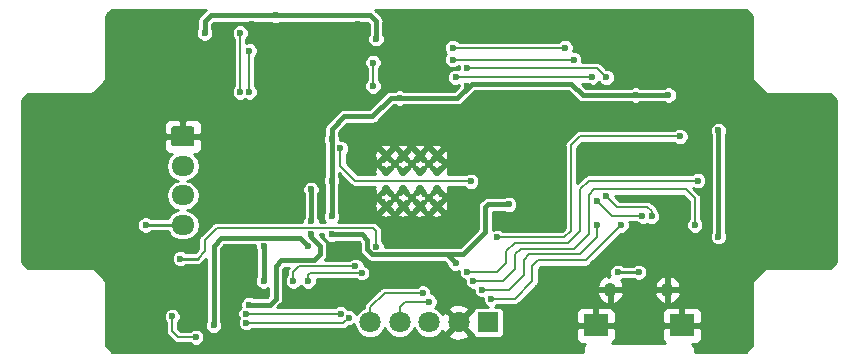
<source format=gbl>
G04 #@! TF.GenerationSoftware,KiCad,Pcbnew,(5.0.2)-1*
G04 #@! TF.CreationDate,2019-10-12T17:01:28+09:00*
G04 #@! TF.ProjectId,Motion,4d6f7469-6f6e-42e6-9b69-6361645f7063,rev?*
G04 #@! TF.SameCoordinates,Original*
G04 #@! TF.FileFunction,Copper,L2,Bot*
G04 #@! TF.FilePolarity,Positive*
%FSLAX46Y46*%
G04 Gerber Fmt 4.6, Leading zero omitted, Abs format (unit mm)*
G04 Created by KiCad (PCBNEW (5.0.2)-1) date 2019/10/12 17:01:28*
%MOMM*%
%LPD*%
G01*
G04 APERTURE LIST*
G04 #@! TA.AperFunction,ComponentPad*
%ADD10R,1.800000X1.800000*%
G04 #@! TD*
G04 #@! TA.AperFunction,ComponentPad*
%ADD11C,1.800000*%
G04 #@! TD*
G04 #@! TA.AperFunction,ComponentPad*
%ADD12O,1.050000X1.250000*%
G04 #@! TD*
G04 #@! TA.AperFunction,ComponentPad*
%ADD13R,2.100000X1.900000*%
G04 #@! TD*
G04 #@! TA.AperFunction,Conductor*
%ADD14C,0.100000*%
G04 #@! TD*
G04 #@! TA.AperFunction,ComponentPad*
%ADD15C,1.700000*%
G04 #@! TD*
G04 #@! TA.AperFunction,ComponentPad*
%ADD16O,1.950000X1.700000*%
G04 #@! TD*
G04 #@! TA.AperFunction,ComponentPad*
%ADD17C,0.712500*%
G04 #@! TD*
G04 #@! TA.AperFunction,ViaPad*
%ADD18C,0.600000*%
G04 #@! TD*
G04 #@! TA.AperFunction,Conductor*
%ADD19C,0.400000*%
G04 #@! TD*
G04 #@! TA.AperFunction,Conductor*
%ADD20C,0.200000*%
G04 #@! TD*
G04 #@! TA.AperFunction,Conductor*
%ADD21C,0.250000*%
G04 #@! TD*
G04 #@! TA.AperFunction,Conductor*
%ADD22C,0.254000*%
G04 #@! TD*
G04 APERTURE END LIST*
D10*
G04 #@! TO.P,J2,1*
G04 #@! TO.N,Net-(J2-Pad1)*
X155000000Y-102000000D03*
D11*
G04 #@! TO.P,J2,2*
G04 #@! TO.N,GND*
X152500000Y-102000000D03*
G04 #@! TO.P,J2,3*
G04 #@! TO.N,/XRES*
X150000000Y-102000000D03*
G04 #@! TO.P,J2,4*
G04 #@! TO.N,/SCLK*
X147500000Y-102000000D03*
G04 #@! TO.P,J2,5*
G04 #@! TO.N,/SWDIO*
X145000000Y-102000000D03*
G04 #@! TD*
D12*
G04 #@! TO.P,J3,5*
G04 #@! TO.N,GND*
X165325000Y-99250000D03*
X170175000Y-99250000D03*
D13*
X164100000Y-102250000D03*
X171400000Y-102250000D03*
G04 #@! TD*
D14*
G04 #@! TO.N,GND*
G04 #@! TO.C,J4*
G36*
X129899504Y-85401204D02*
X129923773Y-85404804D01*
X129947571Y-85410765D01*
X129970671Y-85419030D01*
X129992849Y-85429520D01*
X130013893Y-85442133D01*
X130033598Y-85456747D01*
X130051777Y-85473223D01*
X130068253Y-85491402D01*
X130082867Y-85511107D01*
X130095480Y-85532151D01*
X130105970Y-85554329D01*
X130114235Y-85577429D01*
X130120196Y-85601227D01*
X130123796Y-85625496D01*
X130125000Y-85650000D01*
X130125000Y-86850000D01*
X130123796Y-86874504D01*
X130120196Y-86898773D01*
X130114235Y-86922571D01*
X130105970Y-86945671D01*
X130095480Y-86967849D01*
X130082867Y-86988893D01*
X130068253Y-87008598D01*
X130051777Y-87026777D01*
X130033598Y-87043253D01*
X130013893Y-87057867D01*
X129992849Y-87070480D01*
X129970671Y-87080970D01*
X129947571Y-87089235D01*
X129923773Y-87095196D01*
X129899504Y-87098796D01*
X129875000Y-87100000D01*
X128425000Y-87100000D01*
X128400496Y-87098796D01*
X128376227Y-87095196D01*
X128352429Y-87089235D01*
X128329329Y-87080970D01*
X128307151Y-87070480D01*
X128286107Y-87057867D01*
X128266402Y-87043253D01*
X128248223Y-87026777D01*
X128231747Y-87008598D01*
X128217133Y-86988893D01*
X128204520Y-86967849D01*
X128194030Y-86945671D01*
X128185765Y-86922571D01*
X128179804Y-86898773D01*
X128176204Y-86874504D01*
X128175000Y-86850000D01*
X128175000Y-85650000D01*
X128176204Y-85625496D01*
X128179804Y-85601227D01*
X128185765Y-85577429D01*
X128194030Y-85554329D01*
X128204520Y-85532151D01*
X128217133Y-85511107D01*
X128231747Y-85491402D01*
X128248223Y-85473223D01*
X128266402Y-85456747D01*
X128286107Y-85442133D01*
X128307151Y-85429520D01*
X128329329Y-85419030D01*
X128352429Y-85410765D01*
X128376227Y-85404804D01*
X128400496Y-85401204D01*
X128425000Y-85400000D01*
X129875000Y-85400000D01*
X129899504Y-85401204D01*
X129899504Y-85401204D01*
G37*
D15*
G04 #@! TD*
G04 #@! TO.P,J4,1*
G04 #@! TO.N,GND*
X129150000Y-86250000D03*
D16*
G04 #@! TO.P,J4,2*
G04 #@! TO.N,VCC*
X129150000Y-88750000D03*
G04 #@! TO.P,J4,3*
G04 #@! TO.N,/CAN_H*
X129150000Y-91250000D03*
G04 #@! TO.P,J4,4*
G04 #@! TO.N,/CAN_L*
X129150000Y-93750000D03*
G04 #@! TD*
D17*
G04 #@! TO.P,U1,69*
G04 #@! TO.N,GND*
X146362500Y-92137500D03*
X147787500Y-92137500D03*
X149212500Y-92137500D03*
X150637500Y-92137500D03*
X146362500Y-90712500D03*
X147787500Y-90712500D03*
X149212500Y-90712500D03*
X150637500Y-90712500D03*
X146362500Y-89287500D03*
X147787500Y-89287500D03*
X149212500Y-89287500D03*
X150637500Y-89287500D03*
X146362500Y-87862500D03*
X147787500Y-87862500D03*
X149212500Y-87862500D03*
X150637500Y-87862500D03*
G04 #@! TD*
D18*
G04 #@! TO.N,GND*
X138000000Y-77500000D03*
X140000000Y-81500000D03*
X142000000Y-81500000D03*
X142000000Y-79500000D03*
X142000000Y-77500000D03*
X138000000Y-79500000D03*
X155000000Y-84000000D03*
X156500000Y-84000000D03*
X158000000Y-84000000D03*
X158000000Y-85750000D03*
X158000000Y-87250000D03*
X158000000Y-89000000D03*
X156500000Y-91000000D03*
X155000000Y-91000000D03*
X155000000Y-89750000D03*
X155000000Y-85250000D03*
X154250000Y-86250000D03*
X152600000Y-95100000D03*
X158000000Y-90000000D03*
X158000000Y-85000000D03*
X143500000Y-92000000D03*
X143500000Y-90750000D03*
X139000000Y-92250000D03*
X139000000Y-93250000D03*
X133000000Y-86000000D03*
X131750000Y-88000000D03*
X138000000Y-86500000D03*
X136000000Y-86250000D03*
X129250000Y-84000000D03*
X127250000Y-86250000D03*
X158250000Y-103250000D03*
X127750000Y-90000000D03*
X133000000Y-92250000D03*
X141250000Y-99000000D03*
X141250000Y-103000000D03*
X133750000Y-104250000D03*
X129250000Y-104000000D03*
X116000000Y-83000000D03*
X123000000Y-76000000D03*
X123000000Y-83000000D03*
X116000000Y-90000000D03*
X116000000Y-97000000D03*
X123000000Y-97000000D03*
X123000000Y-104000000D03*
X128000000Y-76000000D03*
X155000000Y-76000000D03*
X177000000Y-76000000D03*
X184000000Y-83000000D03*
X184000000Y-90000000D03*
X184000000Y-97000000D03*
X177000000Y-104000000D03*
X157000000Y-104000000D03*
X150000000Y-104000000D03*
X143000000Y-104000000D03*
X153500000Y-87500000D03*
X177000000Y-101000000D03*
X176500000Y-81500000D03*
X174500000Y-81500000D03*
X147700000Y-95225000D03*
X147575000Y-98225000D03*
X151150000Y-100625000D03*
X143950000Y-100775000D03*
X144000000Y-98750000D03*
X141150000Y-100500000D03*
X134150000Y-99225000D03*
X133700000Y-96800000D03*
X126500000Y-97000000D03*
X128300000Y-100200000D03*
X130300000Y-99200000D03*
X127600000Y-103500000D03*
X126500000Y-100400000D03*
X124900000Y-97700000D03*
X158000000Y-75750000D03*
X157000000Y-101500000D03*
X162000000Y-101750000D03*
X162000000Y-103750000D03*
X173500000Y-102250000D03*
X171500000Y-100250000D03*
X169050000Y-97550000D03*
X172500000Y-96750000D03*
X126500000Y-91250000D03*
X125000000Y-86500000D03*
X126750000Y-81750000D03*
X128500000Y-81500000D03*
X137000000Y-92500000D03*
X135250000Y-92500000D03*
X158000000Y-91000000D03*
X180000000Y-97000000D03*
X144000000Y-82250000D03*
X144000000Y-76750000D03*
X135000000Y-76750000D03*
X136000000Y-82250000D03*
X140000000Y-79500000D03*
X140000000Y-77500000D03*
X138095000Y-81405000D03*
X148500000Y-82000000D03*
X160000000Y-77500000D03*
X162500000Y-77500000D03*
X165000000Y-80000000D03*
X165000000Y-77500000D03*
X170000000Y-77500000D03*
X167500000Y-77500000D03*
X170000000Y-80000000D03*
X172500000Y-77500000D03*
X172500000Y-80000000D03*
X160000000Y-102500000D03*
X164000000Y-98500000D03*
X132750000Y-81750000D03*
X144000000Y-85750000D03*
X145000000Y-99500000D03*
X163500000Y-82000000D03*
X163250000Y-83750000D03*
X163250000Y-85250000D03*
X164250000Y-85250000D03*
X164250000Y-83750000D03*
X163250000Y-87250000D03*
X163250000Y-88500000D03*
X164250000Y-87250000D03*
X164250000Y-88500000D03*
X166500000Y-91500000D03*
X161250000Y-94000000D03*
X161250000Y-91000000D03*
X160750000Y-87500000D03*
X160750000Y-85000000D03*
X160750000Y-82750000D03*
X166500000Y-83750000D03*
X166500000Y-85250000D03*
X171000000Y-87250000D03*
X171500000Y-88750000D03*
X169250000Y-87000000D03*
X167750000Y-87000000D03*
X171750000Y-91750000D03*
X171750000Y-93000000D03*
X173250000Y-93000000D03*
X173250000Y-91000000D03*
X173250000Y-89000000D03*
X171250000Y-83750000D03*
X171250000Y-85250000D03*
X173500000Y-83750000D03*
X175500000Y-83750000D03*
X169000000Y-83750000D03*
X175750000Y-86750000D03*
X175750000Y-90250000D03*
X175750000Y-93500000D03*
X168250000Y-96000000D03*
X165250000Y-96000000D03*
X163000000Y-99250000D03*
X158500000Y-100250000D03*
X152500000Y-94000000D03*
X150500000Y-98750000D03*
X152500000Y-85750000D03*
X141250000Y-84500000D03*
X165000000Y-89250000D03*
G04 #@! TO.N,+3V3*
X134750000Y-100500000D03*
X141750000Y-90000000D03*
X141750000Y-93000000D03*
X141750000Y-86500000D03*
X152250000Y-97000000D03*
X141750000Y-94560000D03*
X140000000Y-90750000D03*
X140000000Y-93440000D03*
X140000000Y-94560000D03*
X131000000Y-77500000D03*
X145500000Y-78000000D03*
X147500000Y-83000000D03*
X156750000Y-92000000D03*
X167500000Y-82750000D03*
X137000000Y-76000000D03*
X153250000Y-82000000D03*
X170250000Y-82750000D03*
X174500000Y-85750000D03*
X174500000Y-94750000D03*
G04 #@! TO.N,Net-(C9-Pad2)*
X142493861Y-87258770D03*
X153538477Y-90052914D03*
G04 #@! TO.N,VCC*
X136000000Y-95500000D03*
X136000000Y-98500000D03*
G04 #@! TO.N,+5V*
X139750000Y-95500000D03*
X131750000Y-102250000D03*
G04 #@! TO.N,Net-(J3-Pad3)*
X166000000Y-97750000D03*
X167750000Y-97750000D03*
G04 #@! TO.N,/CAN_L*
X126000000Y-93750000D03*
G04 #@! TO.N,/CAN_TXD*
X143179767Y-101589883D03*
X134517736Y-102024224D03*
X128250000Y-101500000D03*
X130250000Y-103250000D03*
G04 #@! TO.N,/CAN_STB*
X145500000Y-95590000D03*
X128936342Y-96595010D03*
G04 #@! TO.N,/CAN_RXD*
X142500000Y-101250000D03*
X134500000Y-101250000D03*
G04 #@! TO.N,/SCLK*
X150000000Y-100250000D03*
G04 #@! TO.N,/SWDIO*
X149460000Y-99500000D03*
G04 #@! TO.N,/LED_2*
X144287403Y-97810000D03*
X139750000Y-98500000D03*
G04 #@! TO.N,/LED_1*
X143750000Y-97250000D03*
X138500000Y-98500000D03*
G04 #@! TO.N,/Flash_MISO*
X134760003Y-82500000D03*
X134750000Y-79000000D03*
G04 #@! TO.N,/Flash_CS*
X134000000Y-82500000D03*
X134000000Y-77500000D03*
G04 #@! TO.N,/Flash_CLK*
X145250000Y-82000000D03*
X145250000Y-80000000D03*
G04 #@! TO.N,/BMI_MOSI*
X153750000Y-98500000D03*
X172500000Y-93750000D03*
G04 #@! TO.N,/BMI_MISO*
X154500000Y-99250000D03*
X164250000Y-93750000D03*
G04 #@! TO.N,/BMI_ACCEL_CS*
X155250000Y-100000000D03*
X166250000Y-93750000D03*
G04 #@! TO.N,/BMI_GYRO_CS*
X155750000Y-94810000D03*
X171250000Y-86250000D03*
G04 #@! TO.N,/BMI_CLK*
X153250000Y-97750000D03*
X172750000Y-90000000D03*
G04 #@! TO.N,/BMI_INT_1*
X152250000Y-81250000D03*
X163750000Y-81250000D03*
G04 #@! TO.N,/BMI_INT_2*
X153250000Y-80500000D03*
X165000000Y-81250000D03*
G04 #@! TO.N,/BMI_INT_3*
X168834224Y-93017737D03*
X165000000Y-91310000D03*
X152000000Y-79750000D03*
X162250000Y-79750000D03*
G04 #@! TO.N,/BMI_INT_4*
X168060000Y-93000000D03*
X164250000Y-91750000D03*
X152000000Y-78750000D03*
X161500000Y-78750000D03*
G04 #@! TD*
D19*
G04 #@! TO.N,+3V3*
X141750000Y-90000000D02*
X141750000Y-93000000D01*
X141750000Y-90000000D02*
X141750000Y-86500000D01*
X151500000Y-96250000D02*
X152250000Y-97000000D01*
X151500000Y-96250000D02*
X152850000Y-96250000D01*
X154750000Y-94350000D02*
X154750000Y-93750000D01*
X152850000Y-96250000D02*
X154750000Y-94350000D01*
X140000000Y-94750000D02*
X140750000Y-95500000D01*
X140750000Y-95500000D02*
X140750000Y-96250000D01*
X140750000Y-96250000D02*
X140250000Y-96750000D01*
X140250000Y-96750000D02*
X137500000Y-96750000D01*
X137500000Y-96750000D02*
X137000000Y-97250000D01*
X134750000Y-100500000D02*
X136500000Y-100500000D01*
X137000000Y-100000000D02*
X137000000Y-99250000D01*
X136500000Y-100500000D02*
X137000000Y-100000000D01*
X137000000Y-97250000D02*
X137000000Y-99250000D01*
X137000000Y-99250000D02*
X137000000Y-99750000D01*
X141750000Y-94560000D02*
X144310000Y-94560000D01*
X144310000Y-94560000D02*
X144750000Y-95000000D01*
X145183198Y-96250000D02*
X145500000Y-96250000D01*
X144750000Y-95816802D02*
X145183198Y-96250000D01*
X144750000Y-95000000D02*
X144750000Y-95816802D01*
X151500000Y-96250000D02*
X145500000Y-96250000D01*
X140000000Y-90750000D02*
X140000000Y-93440000D01*
X140000000Y-94560000D02*
X140000000Y-94750000D01*
X131500000Y-76000000D02*
X131000000Y-76500000D01*
X131000000Y-76500000D02*
X131000000Y-77500000D01*
X145500000Y-76500000D02*
X145000000Y-76000000D01*
X145500000Y-78000000D02*
X145500000Y-76500000D01*
X145000000Y-76000000D02*
X137000000Y-76000000D01*
X154750000Y-93750000D02*
X154750000Y-93250000D01*
X154750000Y-93250000D02*
X154750000Y-92250000D01*
X154750000Y-92250000D02*
X155000000Y-92000000D01*
X155000000Y-92000000D02*
X156750000Y-92000000D01*
X167000000Y-82750000D02*
X167000000Y-82750000D01*
X137000000Y-76000000D02*
X131500000Y-76000000D01*
X162050000Y-81800000D02*
X163000000Y-82750000D01*
X153600000Y-81800000D02*
X162050000Y-81800000D01*
X163000000Y-82750000D02*
X167000000Y-82750000D01*
X141750000Y-85600000D02*
X142800000Y-84550000D01*
X141750000Y-86500000D02*
X141750000Y-85600000D01*
X142800000Y-84550000D02*
X145200000Y-84550000D01*
X145200000Y-84550000D02*
X146750000Y-83000000D01*
X167000000Y-82750000D02*
X167500000Y-82750000D01*
X146750000Y-83000000D02*
X152400000Y-83000000D01*
X152400000Y-83000000D02*
X153600000Y-81800000D01*
X167500000Y-82750000D02*
X170250000Y-82750000D01*
X174500000Y-85750000D02*
X174500000Y-94750000D01*
D20*
G04 #@! TO.N,Net-(C9-Pad2)*
X152730000Y-90000000D02*
X153724955Y-90000000D01*
X143750000Y-90000000D02*
X152730000Y-90000000D01*
X142493861Y-88743861D02*
X143750000Y-90000000D01*
X142493861Y-87258770D02*
X142493861Y-88743861D01*
D19*
G04 #@! TO.N,VCC*
X136000000Y-95500000D02*
X136000000Y-98500000D01*
G04 #@! TO.N,+5V*
X139089999Y-94839999D02*
X132410001Y-94839999D01*
X139750000Y-95500000D02*
X139089999Y-94839999D01*
X132410001Y-94839999D02*
X131750000Y-95500000D01*
X131750000Y-95500000D02*
X131750000Y-102250000D01*
D21*
G04 #@! TO.N,Net-(J3-Pad3)*
X166000000Y-97750000D02*
X167750000Y-97750000D01*
G04 #@! TO.N,/CAN_L*
X129150000Y-93750000D02*
X126464990Y-93750000D01*
X126464990Y-93750000D02*
X126000000Y-93750000D01*
D20*
G04 #@! TO.N,/CAN_TXD*
X143179767Y-101589883D02*
X142745426Y-102024224D01*
X142745426Y-102024224D02*
X134517736Y-102024224D01*
X130250000Y-103250000D02*
X128750000Y-103250000D01*
X128250000Y-102750000D02*
X128250000Y-101500000D01*
X128750000Y-103250000D02*
X128250000Y-102750000D01*
G04 #@! TO.N,/CAN_STB*
X145500000Y-95590000D02*
X145500000Y-95165736D01*
X145500000Y-95165736D02*
X145500000Y-94250000D01*
X145500000Y-94250000D02*
X145250000Y-94000000D01*
X145250000Y-94000000D02*
X132599448Y-94000000D01*
X132599448Y-94000000D02*
X132000000Y-94000000D01*
X132000000Y-94000000D02*
X131000000Y-95000000D01*
X131000000Y-95000000D02*
X131000000Y-96000000D01*
X131000000Y-96000000D02*
X130404990Y-96595010D01*
D21*
X130404990Y-96595010D02*
X128936342Y-96595010D01*
D20*
G04 #@! TO.N,/CAN_RXD*
X142500000Y-101250000D02*
X134500000Y-101250000D01*
G04 #@! TO.N,/SCLK*
X147500000Y-100727208D02*
X147977208Y-100250000D01*
X147500000Y-102000000D02*
X147500000Y-100727208D01*
X147977208Y-100250000D02*
X150000000Y-100250000D01*
G04 #@! TO.N,/SWDIO*
X145000000Y-100727208D02*
X146227208Y-99500000D01*
X145000000Y-102000000D02*
X145000000Y-100727208D01*
X146227208Y-99500000D02*
X149460000Y-99500000D01*
G04 #@! TO.N,/LED_2*
X144287403Y-97810000D02*
X141610003Y-97810000D01*
X141610003Y-97810000D02*
X139940000Y-97810000D01*
X139940000Y-97810000D02*
X139750000Y-98000000D01*
X139750000Y-98000000D02*
X139750000Y-98500000D01*
G04 #@! TO.N,/LED_1*
X143750000Y-97250000D02*
X141410000Y-97250000D01*
X141410000Y-97250000D02*
X139000000Y-97250000D01*
X139000000Y-97250000D02*
X138500000Y-97750000D01*
X138500000Y-97750000D02*
X138500000Y-98500000D01*
G04 #@! TO.N,/Flash_MISO*
X134760003Y-82500000D02*
X134760003Y-79010003D01*
X134760003Y-79010003D02*
X134750000Y-79000000D01*
G04 #@! TO.N,/Flash_CS*
X134000000Y-82500000D02*
X134000000Y-77500000D01*
G04 #@! TO.N,/Flash_CLK*
X145250000Y-82000000D02*
X145250000Y-80000000D01*
G04 #@! TO.N,/BMI_MOSI*
X153750000Y-98500000D02*
X156250000Y-98500000D01*
X156250000Y-98500000D02*
X157250000Y-97500000D01*
X157250000Y-97500000D02*
X157250000Y-96250000D01*
X157250000Y-96250000D02*
X157750000Y-95750000D01*
X157750000Y-95750000D02*
X162250000Y-95750000D01*
X162250000Y-95750000D02*
X163500000Y-94500000D01*
X163500000Y-94500000D02*
X163500000Y-91250000D01*
X163500000Y-91250000D02*
X164000000Y-90750000D01*
X164000000Y-90750000D02*
X171750000Y-90750000D01*
X171750000Y-90750000D02*
X172500000Y-91500000D01*
X172500000Y-91500000D02*
X172500000Y-93750000D01*
G04 #@! TO.N,/BMI_MISO*
X154500000Y-99250000D02*
X156750000Y-99250000D01*
X156750000Y-99250000D02*
X158000000Y-98000000D01*
X158000000Y-98000000D02*
X158000000Y-96750000D01*
X158000000Y-96750000D02*
X158500000Y-96250000D01*
X158500000Y-96250000D02*
X162750000Y-96250000D01*
X162750000Y-96250000D02*
X164250000Y-94750000D01*
X164250000Y-94750000D02*
X164250000Y-93750000D01*
G04 #@! TO.N,/BMI_ACCEL_CS*
X155250000Y-100000000D02*
X157250000Y-100000000D01*
X157250000Y-100000000D02*
X158750000Y-98500000D01*
X158750000Y-98500000D02*
X158750000Y-97250000D01*
X158750000Y-97250000D02*
X159250000Y-96750000D01*
X159250000Y-96750000D02*
X163250000Y-96750000D01*
X163250000Y-96750000D02*
X166250000Y-93750000D01*
G04 #@! TO.N,/BMI_GYRO_CS*
X155750000Y-94810000D02*
X161440000Y-94810000D01*
X161440000Y-94810000D02*
X162000000Y-94250000D01*
X162000000Y-94250000D02*
X162000000Y-87000000D01*
X162000000Y-87000000D02*
X162750000Y-86250000D01*
X162750000Y-86250000D02*
X171250000Y-86250000D01*
G04 #@! TO.N,/BMI_CLK*
X153250000Y-97750000D02*
X155750000Y-97750000D01*
X155750000Y-97750000D02*
X156500000Y-97000000D01*
X156500000Y-96000000D02*
X157250000Y-95250000D01*
X156500000Y-97000000D02*
X156500000Y-96000000D01*
X157250000Y-95250000D02*
X161750000Y-95250000D01*
X161750000Y-95250000D02*
X162750000Y-94250000D01*
X162750000Y-94250000D02*
X162750000Y-90750000D01*
X162750000Y-90750000D02*
X163500000Y-90000000D01*
X163500000Y-90000000D02*
X172750000Y-90000000D01*
G04 #@! TO.N,/BMI_INT_1*
X152250000Y-81250000D02*
X163750000Y-81250000D01*
G04 #@! TO.N,/BMI_INT_2*
X153250000Y-80500000D02*
X164250000Y-80500000D01*
X164250000Y-80500000D02*
X165000000Y-81250000D01*
G04 #@! TO.N,/BMI_INT_3*
X168834224Y-92593473D02*
X168490751Y-92250000D01*
X168834224Y-93017737D02*
X168834224Y-92593473D01*
X168490751Y-92250000D02*
X165940000Y-92250000D01*
X165940000Y-92250000D02*
X165000000Y-91310000D01*
X152000000Y-79750000D02*
X162250000Y-79750000D01*
G04 #@! TO.N,/BMI_INT_4*
X168060000Y-93000000D02*
X165500000Y-93000000D01*
X165500000Y-93000000D02*
X164250000Y-91750000D01*
X152000000Y-78750000D02*
X161500000Y-78750000D01*
G04 #@! TD*
D22*
G04 #@! TO.N,GND*
G36*
X131047959Y-75547959D02*
X131012979Y-75600310D01*
X130600310Y-76012979D01*
X130547959Y-76047959D01*
X130409380Y-76255358D01*
X130373000Y-76438251D01*
X130373000Y-76438254D01*
X130360718Y-76500000D01*
X130373000Y-76561747D01*
X130373001Y-77113967D01*
X130273000Y-77355391D01*
X130273000Y-77644609D01*
X130383679Y-77911813D01*
X130588187Y-78116321D01*
X130855391Y-78227000D01*
X131144609Y-78227000D01*
X131411813Y-78116321D01*
X131616321Y-77911813D01*
X131727000Y-77644609D01*
X131727000Y-77355391D01*
X133273000Y-77355391D01*
X133273000Y-77644609D01*
X133383679Y-77911813D01*
X133473001Y-78001135D01*
X133473000Y-81998866D01*
X133383679Y-82088187D01*
X133273000Y-82355391D01*
X133273000Y-82644609D01*
X133383679Y-82911813D01*
X133588187Y-83116321D01*
X133855391Y-83227000D01*
X134144609Y-83227000D01*
X134380002Y-83129498D01*
X134615394Y-83227000D01*
X134904612Y-83227000D01*
X135171816Y-83116321D01*
X135376324Y-82911813D01*
X135487003Y-82644609D01*
X135487003Y-82355391D01*
X135376324Y-82088187D01*
X135287003Y-81998866D01*
X135287003Y-79855391D01*
X144523000Y-79855391D01*
X144523000Y-80144609D01*
X144633679Y-80411813D01*
X144723001Y-80501135D01*
X144723000Y-81498866D01*
X144633679Y-81588187D01*
X144523000Y-81855391D01*
X144523000Y-82144609D01*
X144633679Y-82411813D01*
X144838187Y-82616321D01*
X145105391Y-82727000D01*
X145394609Y-82727000D01*
X145661813Y-82616321D01*
X145866321Y-82411813D01*
X145977000Y-82144609D01*
X145977000Y-81855391D01*
X145866321Y-81588187D01*
X145777000Y-81498866D01*
X145777000Y-80501134D01*
X145866321Y-80411813D01*
X145977000Y-80144609D01*
X145977000Y-79855391D01*
X145866321Y-79588187D01*
X145661813Y-79383679D01*
X145394609Y-79273000D01*
X145105391Y-79273000D01*
X144838187Y-79383679D01*
X144633679Y-79588187D01*
X144523000Y-79855391D01*
X135287003Y-79855391D01*
X135287003Y-79491131D01*
X135366321Y-79411813D01*
X135477000Y-79144609D01*
X135477000Y-78855391D01*
X135366321Y-78588187D01*
X135161813Y-78383679D01*
X134894609Y-78273000D01*
X134605391Y-78273000D01*
X134527000Y-78305470D01*
X134527000Y-78001134D01*
X134616321Y-77911813D01*
X134727000Y-77644609D01*
X134727000Y-77355391D01*
X134616321Y-77088187D01*
X134411813Y-76883679D01*
X134144609Y-76773000D01*
X133855391Y-76773000D01*
X133588187Y-76883679D01*
X133383679Y-77088187D01*
X133273000Y-77355391D01*
X131727000Y-77355391D01*
X131627000Y-77113969D01*
X131627000Y-76759711D01*
X131759711Y-76627000D01*
X136613969Y-76627000D01*
X136855391Y-76727000D01*
X137144609Y-76727000D01*
X137386031Y-76627000D01*
X144740289Y-76627000D01*
X144873001Y-76759712D01*
X144873000Y-77613968D01*
X144773000Y-77855391D01*
X144773000Y-78144609D01*
X144883679Y-78411813D01*
X145088187Y-78616321D01*
X145355391Y-78727000D01*
X145644609Y-78727000D01*
X145911813Y-78616321D01*
X146116321Y-78411813D01*
X146227000Y-78144609D01*
X146227000Y-77855391D01*
X146127000Y-77613969D01*
X146127000Y-76561746D01*
X146139282Y-76500000D01*
X146127000Y-76438254D01*
X146127000Y-76438250D01*
X146090620Y-76255357D01*
X145952041Y-76047959D01*
X145899690Y-76012979D01*
X145487021Y-75600310D01*
X145452041Y-75547959D01*
X145420674Y-75527000D01*
X176847394Y-75527000D01*
X177373000Y-76052606D01*
X177373000Y-81500000D01*
X177382667Y-81548601D01*
X177410197Y-81589803D01*
X178410197Y-82589803D01*
X178451399Y-82617333D01*
X178500000Y-82627000D01*
X183947394Y-82627000D01*
X184473000Y-83152606D01*
X184473001Y-96847393D01*
X183947394Y-97373000D01*
X178500000Y-97373000D01*
X178451399Y-97382667D01*
X178410197Y-97410197D01*
X177410197Y-98410197D01*
X177382667Y-98451399D01*
X177373000Y-98500000D01*
X177373000Y-103947394D01*
X176822394Y-104498000D01*
X172502000Y-104498000D01*
X172502000Y-104299439D01*
X172511834Y-104250000D01*
X172472873Y-104054130D01*
X172361921Y-103888079D01*
X172282483Y-103835000D01*
X172576309Y-103835000D01*
X172809698Y-103738327D01*
X172988327Y-103559699D01*
X173085000Y-103326310D01*
X173085000Y-102535750D01*
X172926250Y-102377000D01*
X171527000Y-102377000D01*
X171527000Y-102397000D01*
X171273000Y-102397000D01*
X171273000Y-102377000D01*
X169873750Y-102377000D01*
X169715000Y-102535750D01*
X169715000Y-103326310D01*
X169811673Y-103559699D01*
X169990302Y-103738327D01*
X170013655Y-103748000D01*
X165486345Y-103748000D01*
X165509698Y-103738327D01*
X165688327Y-103559699D01*
X165785000Y-103326310D01*
X165785000Y-102535750D01*
X165626250Y-102377000D01*
X164227000Y-102377000D01*
X164227000Y-102397000D01*
X163973000Y-102397000D01*
X163973000Y-102377000D01*
X162573750Y-102377000D01*
X162415000Y-102535750D01*
X162415000Y-103326310D01*
X162511673Y-103559699D01*
X162690302Y-103738327D01*
X162923691Y-103835000D01*
X163217517Y-103835000D01*
X163138079Y-103888079D01*
X163027127Y-104054130D01*
X162988166Y-104250000D01*
X162998000Y-104299439D01*
X162998000Y-104473000D01*
X123152606Y-104473000D01*
X122627000Y-103947394D01*
X122627000Y-101355391D01*
X127523000Y-101355391D01*
X127523000Y-101644609D01*
X127633679Y-101911813D01*
X127723001Y-102001135D01*
X127723000Y-102698102D01*
X127712677Y-102750000D01*
X127723000Y-102801898D01*
X127723000Y-102801902D01*
X127753577Y-102955624D01*
X127765966Y-102974165D01*
X127827734Y-103066607D01*
X127870055Y-103129945D01*
X127914055Y-103159345D01*
X128340656Y-103585947D01*
X128370055Y-103629945D01*
X128414052Y-103659343D01*
X128414055Y-103659346D01*
X128544374Y-103746423D01*
X128576387Y-103752791D01*
X128698097Y-103777000D01*
X128698101Y-103777000D01*
X128750000Y-103787323D01*
X128801899Y-103777000D01*
X129748866Y-103777000D01*
X129838187Y-103866321D01*
X130105391Y-103977000D01*
X130394609Y-103977000D01*
X130661813Y-103866321D01*
X130866321Y-103661813D01*
X130977000Y-103394609D01*
X130977000Y-103105391D01*
X130866321Y-102838187D01*
X130661813Y-102633679D01*
X130394609Y-102523000D01*
X130105391Y-102523000D01*
X129838187Y-102633679D01*
X129748866Y-102723000D01*
X128968291Y-102723000D01*
X128777000Y-102531710D01*
X128777000Y-102001134D01*
X128866321Y-101911813D01*
X128977000Y-101644609D01*
X128977000Y-101355391D01*
X128866321Y-101088187D01*
X128661813Y-100883679D01*
X128394609Y-100773000D01*
X128105391Y-100773000D01*
X127838187Y-100883679D01*
X127633679Y-101088187D01*
X127523000Y-101355391D01*
X122627000Y-101355391D01*
X122627000Y-98500000D01*
X122617333Y-98451399D01*
X122589803Y-98410197D01*
X121589803Y-97410197D01*
X121548601Y-97382667D01*
X121500000Y-97373000D01*
X116052606Y-97373000D01*
X115527000Y-96847394D01*
X115527000Y-96450401D01*
X128209342Y-96450401D01*
X128209342Y-96739619D01*
X128320021Y-97006823D01*
X128524529Y-97211331D01*
X128791733Y-97322010D01*
X129080951Y-97322010D01*
X129348155Y-97211331D01*
X129412476Y-97147010D01*
X130459355Y-97147010D01*
X130620370Y-97114982D01*
X130802960Y-96992980D01*
X130904950Y-96840340D01*
X131123000Y-96622290D01*
X131123001Y-101863966D01*
X131023000Y-102105391D01*
X131023000Y-102394609D01*
X131133679Y-102661813D01*
X131338187Y-102866321D01*
X131605391Y-102977000D01*
X131894609Y-102977000D01*
X132161813Y-102866321D01*
X132366321Y-102661813D01*
X132477000Y-102394609D01*
X132477000Y-102105391D01*
X132377000Y-101863969D01*
X132377000Y-95759711D01*
X132669713Y-95466999D01*
X135273000Y-95466999D01*
X135273000Y-95644609D01*
X135373000Y-95886032D01*
X135373001Y-98113966D01*
X135273000Y-98355391D01*
X135273000Y-98644609D01*
X135383679Y-98911813D01*
X135588187Y-99116321D01*
X135855391Y-99227000D01*
X136144609Y-99227000D01*
X136373001Y-99132397D01*
X136373001Y-99188245D01*
X136373000Y-99188250D01*
X136373000Y-99740289D01*
X136240289Y-99873000D01*
X135136031Y-99873000D01*
X134894609Y-99773000D01*
X134605391Y-99773000D01*
X134338187Y-99883679D01*
X134133679Y-100088187D01*
X134023000Y-100355391D01*
X134023000Y-100644609D01*
X134038891Y-100682975D01*
X133883679Y-100838187D01*
X133773000Y-101105391D01*
X133773000Y-101394609D01*
X133882316Y-101658521D01*
X133790736Y-101879615D01*
X133790736Y-102168833D01*
X133901415Y-102436037D01*
X134105923Y-102640545D01*
X134373127Y-102751224D01*
X134662345Y-102751224D01*
X134929549Y-102640545D01*
X135018870Y-102551224D01*
X142693528Y-102551224D01*
X142745426Y-102561547D01*
X142797324Y-102551224D01*
X142797329Y-102551224D01*
X142951051Y-102520647D01*
X143125371Y-102404169D01*
X143154771Y-102360169D01*
X143198057Y-102316883D01*
X143324376Y-102316883D01*
X143591580Y-102206204D01*
X143673000Y-102124784D01*
X143673000Y-102263957D01*
X143875024Y-102751685D01*
X144248315Y-103124976D01*
X144736043Y-103327000D01*
X145263957Y-103327000D01*
X145751685Y-103124976D01*
X146124976Y-102751685D01*
X146250000Y-102449851D01*
X146375024Y-102751685D01*
X146748315Y-103124976D01*
X147236043Y-103327000D01*
X147763957Y-103327000D01*
X148251685Y-103124976D01*
X148624976Y-102751685D01*
X148750000Y-102449851D01*
X148875024Y-102751685D01*
X149248315Y-103124976D01*
X149736043Y-103327000D01*
X150263957Y-103327000D01*
X150751685Y-103124976D01*
X150796502Y-103080159D01*
X151599446Y-103080159D01*
X151685852Y-103336643D01*
X152259336Y-103546458D01*
X152869460Y-103520839D01*
X153314148Y-103336643D01*
X153400554Y-103080159D01*
X152500000Y-102179605D01*
X151599446Y-103080159D01*
X150796502Y-103080159D01*
X151124976Y-102751685D01*
X151131230Y-102736587D01*
X151163357Y-102814148D01*
X151419841Y-102900554D01*
X152320395Y-102000000D01*
X151419841Y-101099446D01*
X151163357Y-101185852D01*
X151133221Y-101268221D01*
X151124976Y-101248315D01*
X150796502Y-100919841D01*
X151599446Y-100919841D01*
X152500000Y-101820395D01*
X153400554Y-100919841D01*
X153314148Y-100663357D01*
X152740664Y-100453542D01*
X152130540Y-100479161D01*
X151685852Y-100663357D01*
X151599446Y-100919841D01*
X150796502Y-100919841D01*
X150751685Y-100875024D01*
X150505205Y-100772929D01*
X150616321Y-100661813D01*
X150727000Y-100394609D01*
X150727000Y-100105391D01*
X150616321Y-99838187D01*
X150411813Y-99633679D01*
X150187000Y-99540559D01*
X150187000Y-99355391D01*
X150076321Y-99088187D01*
X149871813Y-98883679D01*
X149604609Y-98773000D01*
X149315391Y-98773000D01*
X149048187Y-98883679D01*
X148958866Y-98973000D01*
X146279105Y-98973000D01*
X146227207Y-98962677D01*
X146175309Y-98973000D01*
X146175305Y-98973000D01*
X146021583Y-99003577D01*
X146018918Y-99005358D01*
X145891263Y-99090654D01*
X145891260Y-99090657D01*
X145847263Y-99120055D01*
X145817864Y-99164053D01*
X144664053Y-100317865D01*
X144620056Y-100347263D01*
X144590658Y-100391260D01*
X144590654Y-100391264D01*
X144517999Y-100500000D01*
X144503578Y-100521583D01*
X144473460Y-100673000D01*
X144462677Y-100727208D01*
X144473001Y-100779110D01*
X144473001Y-100781956D01*
X144248315Y-100875024D01*
X143875024Y-101248315D01*
X143850104Y-101308477D01*
X143796088Y-101178070D01*
X143591580Y-100973562D01*
X143324376Y-100862883D01*
X143126550Y-100862883D01*
X143116321Y-100838187D01*
X142911813Y-100633679D01*
X142644609Y-100523000D01*
X142355391Y-100523000D01*
X142088187Y-100633679D01*
X141998866Y-100723000D01*
X137163711Y-100723000D01*
X137399691Y-100487020D01*
X137452041Y-100452041D01*
X137590620Y-100244643D01*
X137627000Y-100061750D01*
X137627000Y-100061746D01*
X137639282Y-100000000D01*
X137627000Y-99938254D01*
X137627000Y-97509711D01*
X137759711Y-97377000D01*
X138115414Y-97377000D01*
X138090655Y-97414055D01*
X138090654Y-97414056D01*
X138062879Y-97455625D01*
X138003577Y-97544376D01*
X137973000Y-97698098D01*
X137973000Y-97698102D01*
X137962677Y-97750000D01*
X137973000Y-97801898D01*
X137973000Y-97998866D01*
X137883679Y-98088187D01*
X137773000Y-98355391D01*
X137773000Y-98644609D01*
X137883679Y-98911813D01*
X138088187Y-99116321D01*
X138355391Y-99227000D01*
X138644609Y-99227000D01*
X138911813Y-99116321D01*
X139116321Y-98911813D01*
X139125000Y-98890860D01*
X139133679Y-98911813D01*
X139338187Y-99116321D01*
X139605391Y-99227000D01*
X139894609Y-99227000D01*
X140161813Y-99116321D01*
X140366321Y-98911813D01*
X140477000Y-98644609D01*
X140477000Y-98355391D01*
X140469382Y-98337000D01*
X143786269Y-98337000D01*
X143875590Y-98426321D01*
X144142794Y-98537000D01*
X144432012Y-98537000D01*
X144699216Y-98426321D01*
X144903724Y-98221813D01*
X145014403Y-97954609D01*
X145014403Y-97665391D01*
X144903724Y-97398187D01*
X144699216Y-97193679D01*
X144475122Y-97100857D01*
X144366321Y-96838187D01*
X144161813Y-96633679D01*
X143894609Y-96523000D01*
X143605391Y-96523000D01*
X143338187Y-96633679D01*
X143248866Y-96723000D01*
X141170674Y-96723000D01*
X141202041Y-96702041D01*
X141340620Y-96494643D01*
X141377000Y-96311750D01*
X141377000Y-96311746D01*
X141389282Y-96250000D01*
X141377000Y-96188254D01*
X141377000Y-95561745D01*
X141389282Y-95499999D01*
X141377000Y-95438251D01*
X141377000Y-95438250D01*
X141340620Y-95255357D01*
X141202041Y-95047959D01*
X141149694Y-95012982D01*
X140727000Y-94590289D01*
X140727000Y-94527000D01*
X141023000Y-94527000D01*
X141023000Y-94704609D01*
X141133679Y-94971813D01*
X141338187Y-95176321D01*
X141605391Y-95287000D01*
X141894609Y-95287000D01*
X142136031Y-95187000D01*
X144050289Y-95187000D01*
X144123000Y-95259712D01*
X144123000Y-95755056D01*
X144110718Y-95816802D01*
X144123000Y-95878548D01*
X144123000Y-95878552D01*
X144138331Y-95955625D01*
X144159380Y-96061444D01*
X144255720Y-96205626D01*
X144297960Y-96268843D01*
X144350307Y-96303820D01*
X144696178Y-96649692D01*
X144731157Y-96702041D01*
X144938555Y-96840620D01*
X145121448Y-96877000D01*
X145121452Y-96877000D01*
X145183197Y-96889282D01*
X145244942Y-96877000D01*
X151240289Y-96877000D01*
X151533679Y-97170391D01*
X151633679Y-97411813D01*
X151838187Y-97616321D01*
X152105391Y-97727000D01*
X152394609Y-97727000D01*
X152523000Y-97673819D01*
X152523000Y-97894609D01*
X152633679Y-98161813D01*
X152838187Y-98366321D01*
X153023000Y-98442873D01*
X153023000Y-98644609D01*
X153133679Y-98911813D01*
X153338187Y-99116321D01*
X153605391Y-99227000D01*
X153773000Y-99227000D01*
X153773000Y-99394609D01*
X153883679Y-99661813D01*
X154088187Y-99866321D01*
X154355391Y-99977000D01*
X154523000Y-99977000D01*
X154523000Y-100144609D01*
X154633679Y-100411813D01*
X154838187Y-100616321D01*
X154954828Y-100664635D01*
X154100000Y-100664635D01*
X153933393Y-100697775D01*
X153792150Y-100792150D01*
X153697775Y-100933393D01*
X153664635Y-101100000D01*
X153664635Y-101127905D01*
X153580159Y-101099446D01*
X152679605Y-102000000D01*
X153580159Y-102900554D01*
X153664635Y-102872095D01*
X153664635Y-102900000D01*
X153697775Y-103066607D01*
X153792150Y-103207850D01*
X153933393Y-103302225D01*
X154100000Y-103335365D01*
X155900000Y-103335365D01*
X156066607Y-103302225D01*
X156207850Y-103207850D01*
X156302225Y-103066607D01*
X156335365Y-102900000D01*
X156335365Y-101173690D01*
X162415000Y-101173690D01*
X162415000Y-101964250D01*
X162573750Y-102123000D01*
X163973000Y-102123000D01*
X163973000Y-100823750D01*
X164227000Y-100823750D01*
X164227000Y-102123000D01*
X165626250Y-102123000D01*
X165785000Y-101964250D01*
X165785000Y-101173690D01*
X169715000Y-101173690D01*
X169715000Y-101964250D01*
X169873750Y-102123000D01*
X171273000Y-102123000D01*
X171273000Y-100823750D01*
X171527000Y-100823750D01*
X171527000Y-102123000D01*
X172926250Y-102123000D01*
X173085000Y-101964250D01*
X173085000Y-101173690D01*
X172988327Y-100940301D01*
X172809698Y-100761673D01*
X172576309Y-100665000D01*
X171685750Y-100665000D01*
X171527000Y-100823750D01*
X171273000Y-100823750D01*
X171114250Y-100665000D01*
X170223691Y-100665000D01*
X169990302Y-100761673D01*
X169811673Y-100940301D01*
X169715000Y-101173690D01*
X165785000Y-101173690D01*
X165688327Y-100940301D01*
X165509698Y-100761673D01*
X165276309Y-100665000D01*
X164385750Y-100665000D01*
X164227000Y-100823750D01*
X163973000Y-100823750D01*
X163814250Y-100665000D01*
X162923691Y-100665000D01*
X162690302Y-100761673D01*
X162511673Y-100940301D01*
X162415000Y-101173690D01*
X156335365Y-101173690D01*
X156335365Y-101100000D01*
X156302225Y-100933393D01*
X156207850Y-100792150D01*
X156066607Y-100697775D01*
X155900000Y-100664635D01*
X155545172Y-100664635D01*
X155661813Y-100616321D01*
X155751134Y-100527000D01*
X157198102Y-100527000D01*
X157250000Y-100537323D01*
X157301898Y-100527000D01*
X157301903Y-100527000D01*
X157455625Y-100496423D01*
X157629945Y-100379945D01*
X157659345Y-100335945D01*
X158437389Y-99557901D01*
X164184963Y-99557901D01*
X164351303Y-99978349D01*
X164665880Y-100303136D01*
X165019190Y-100468964D01*
X165198000Y-100343163D01*
X165198000Y-99377000D01*
X165452000Y-99377000D01*
X165452000Y-100343163D01*
X165630810Y-100468964D01*
X165984120Y-100303136D01*
X166298697Y-99978349D01*
X166465037Y-99557901D01*
X169034963Y-99557901D01*
X169201303Y-99978349D01*
X169515880Y-100303136D01*
X169869190Y-100468964D01*
X170048000Y-100343163D01*
X170048000Y-99377000D01*
X170302000Y-99377000D01*
X170302000Y-100343163D01*
X170480810Y-100468964D01*
X170834120Y-100303136D01*
X171148697Y-99978349D01*
X171315037Y-99557901D01*
X171174774Y-99377000D01*
X170302000Y-99377000D01*
X170048000Y-99377000D01*
X169175226Y-99377000D01*
X169034963Y-99557901D01*
X166465037Y-99557901D01*
X166324774Y-99377000D01*
X165452000Y-99377000D01*
X165198000Y-99377000D01*
X164325226Y-99377000D01*
X164184963Y-99557901D01*
X158437389Y-99557901D01*
X159053191Y-98942099D01*
X164184963Y-98942099D01*
X164325226Y-99123000D01*
X165198000Y-99123000D01*
X165198000Y-99103000D01*
X165452000Y-99103000D01*
X165452000Y-99123000D01*
X166324774Y-99123000D01*
X166465037Y-98942099D01*
X169034963Y-98942099D01*
X169175226Y-99123000D01*
X170048000Y-99123000D01*
X170048000Y-98156837D01*
X170302000Y-98156837D01*
X170302000Y-99123000D01*
X171174774Y-99123000D01*
X171315037Y-98942099D01*
X171148697Y-98521651D01*
X170834120Y-98196864D01*
X170480810Y-98031036D01*
X170302000Y-98156837D01*
X170048000Y-98156837D01*
X169869190Y-98031036D01*
X169515880Y-98196864D01*
X169201303Y-98521651D01*
X169034963Y-98942099D01*
X166465037Y-98942099D01*
X166298697Y-98521651D01*
X166223714Y-98444234D01*
X166411813Y-98366321D01*
X166476134Y-98302000D01*
X167273866Y-98302000D01*
X167338187Y-98366321D01*
X167605391Y-98477000D01*
X167894609Y-98477000D01*
X168161813Y-98366321D01*
X168366321Y-98161813D01*
X168477000Y-97894609D01*
X168477000Y-97605391D01*
X168366321Y-97338187D01*
X168161813Y-97133679D01*
X167894609Y-97023000D01*
X167605391Y-97023000D01*
X167338187Y-97133679D01*
X167273866Y-97198000D01*
X166476134Y-97198000D01*
X166411813Y-97133679D01*
X166144609Y-97023000D01*
X165855391Y-97023000D01*
X165588187Y-97133679D01*
X165383679Y-97338187D01*
X165273000Y-97605391D01*
X165273000Y-97894609D01*
X165312512Y-97990000D01*
X165197998Y-97990000D01*
X165197998Y-98156836D01*
X165019190Y-98031036D01*
X164665880Y-98196864D01*
X164351303Y-98521651D01*
X164184963Y-98942099D01*
X159053191Y-98942099D01*
X159085945Y-98909345D01*
X159129945Y-98879945D01*
X159246423Y-98705625D01*
X159277000Y-98551903D01*
X159277000Y-98551899D01*
X159287323Y-98500001D01*
X159277000Y-98448103D01*
X159277000Y-97468290D01*
X159468291Y-97277000D01*
X163198102Y-97277000D01*
X163250000Y-97287323D01*
X163301898Y-97277000D01*
X163301903Y-97277000D01*
X163455625Y-97246423D01*
X163629945Y-97129945D01*
X163659345Y-97085945D01*
X166268291Y-94477000D01*
X166394609Y-94477000D01*
X166661813Y-94366321D01*
X166866321Y-94161813D01*
X166977000Y-93894609D01*
X166977000Y-93605391D01*
X166944530Y-93527000D01*
X167558866Y-93527000D01*
X167648187Y-93616321D01*
X167915391Y-93727000D01*
X168204609Y-93727000D01*
X168425701Y-93635421D01*
X168689615Y-93744737D01*
X168978833Y-93744737D01*
X169246037Y-93634058D01*
X169450545Y-93429550D01*
X169561224Y-93162346D01*
X169561224Y-92873128D01*
X169450545Y-92605924D01*
X169355024Y-92510403D01*
X169330647Y-92387848D01*
X169265759Y-92290737D01*
X169243570Y-92257528D01*
X169243567Y-92257525D01*
X169214169Y-92213528D01*
X169170171Y-92184129D01*
X168900096Y-91914055D01*
X168870696Y-91870055D01*
X168696376Y-91753577D01*
X168542654Y-91723000D01*
X168542649Y-91723000D01*
X168490751Y-91712677D01*
X168438853Y-91723000D01*
X166158291Y-91723000D01*
X165727000Y-91291710D01*
X165727000Y-91277000D01*
X171531710Y-91277000D01*
X171973000Y-91718291D01*
X171973001Y-93248865D01*
X171883679Y-93338187D01*
X171773000Y-93605391D01*
X171773000Y-93894609D01*
X171883679Y-94161813D01*
X172088187Y-94366321D01*
X172355391Y-94477000D01*
X172644609Y-94477000D01*
X172911813Y-94366321D01*
X173116321Y-94161813D01*
X173227000Y-93894609D01*
X173227000Y-93605391D01*
X173116321Y-93338187D01*
X173027000Y-93248866D01*
X173027000Y-91551897D01*
X173037323Y-91499999D01*
X173027000Y-91448101D01*
X173027000Y-91448097D01*
X172996423Y-91294375D01*
X172964382Y-91246422D01*
X172909346Y-91164055D01*
X172909343Y-91164052D01*
X172879945Y-91120055D01*
X172835948Y-91090657D01*
X172378175Y-90632884D01*
X172605391Y-90727000D01*
X172894609Y-90727000D01*
X173161813Y-90616321D01*
X173366321Y-90411813D01*
X173477000Y-90144609D01*
X173477000Y-89855391D01*
X173366321Y-89588187D01*
X173161813Y-89383679D01*
X172894609Y-89273000D01*
X172605391Y-89273000D01*
X172338187Y-89383679D01*
X172248866Y-89473000D01*
X163551897Y-89473000D01*
X163499999Y-89462677D01*
X163448101Y-89473000D01*
X163448097Y-89473000D01*
X163294375Y-89503577D01*
X163294373Y-89503578D01*
X163294374Y-89503578D01*
X163164055Y-89590654D01*
X163164052Y-89590657D01*
X163120055Y-89620055D01*
X163090656Y-89664053D01*
X162527000Y-90227710D01*
X162527000Y-87218290D01*
X162968291Y-86777000D01*
X170748866Y-86777000D01*
X170838187Y-86866321D01*
X171105391Y-86977000D01*
X171394609Y-86977000D01*
X171661813Y-86866321D01*
X171866321Y-86661813D01*
X171977000Y-86394609D01*
X171977000Y-86105391D01*
X171866321Y-85838187D01*
X171661813Y-85633679D01*
X171593520Y-85605391D01*
X173773000Y-85605391D01*
X173773000Y-85894609D01*
X173873000Y-86136032D01*
X173873001Y-94363966D01*
X173773000Y-94605391D01*
X173773000Y-94894609D01*
X173883679Y-95161813D01*
X174088187Y-95366321D01*
X174355391Y-95477000D01*
X174644609Y-95477000D01*
X174911813Y-95366321D01*
X175116321Y-95161813D01*
X175227000Y-94894609D01*
X175227000Y-94605391D01*
X175127000Y-94363969D01*
X175127000Y-86136031D01*
X175227000Y-85894609D01*
X175227000Y-85605391D01*
X175116321Y-85338187D01*
X174911813Y-85133679D01*
X174644609Y-85023000D01*
X174355391Y-85023000D01*
X174088187Y-85133679D01*
X173883679Y-85338187D01*
X173773000Y-85605391D01*
X171593520Y-85605391D01*
X171394609Y-85523000D01*
X171105391Y-85523000D01*
X170838187Y-85633679D01*
X170748866Y-85723000D01*
X162801897Y-85723000D01*
X162749999Y-85712677D01*
X162698101Y-85723000D01*
X162698097Y-85723000D01*
X162544375Y-85753577D01*
X162544373Y-85753578D01*
X162544374Y-85753578D01*
X162414055Y-85840654D01*
X162414052Y-85840657D01*
X162370055Y-85870055D01*
X162340656Y-85914053D01*
X161664053Y-86590657D01*
X161620056Y-86620055D01*
X161590658Y-86664052D01*
X161590654Y-86664056D01*
X161503578Y-86794375D01*
X161462677Y-87000000D01*
X161473001Y-87051903D01*
X161473000Y-94031709D01*
X161221710Y-94283000D01*
X156251134Y-94283000D01*
X156161813Y-94193679D01*
X155894609Y-94083000D01*
X155605391Y-94083000D01*
X155377000Y-94177602D01*
X155377000Y-92627000D01*
X156363969Y-92627000D01*
X156605391Y-92727000D01*
X156894609Y-92727000D01*
X157161813Y-92616321D01*
X157366321Y-92411813D01*
X157477000Y-92144609D01*
X157477000Y-91855391D01*
X157366321Y-91588187D01*
X157161813Y-91383679D01*
X156894609Y-91273000D01*
X156605391Y-91273000D01*
X156363969Y-91373000D01*
X155061744Y-91373000D01*
X154999999Y-91360718D01*
X154938254Y-91373000D01*
X154938250Y-91373000D01*
X154755357Y-91409380D01*
X154547959Y-91547959D01*
X154512979Y-91600310D01*
X154350308Y-91762981D01*
X154297960Y-91797959D01*
X154262982Y-91850307D01*
X154262981Y-91850308D01*
X154159380Y-92005358D01*
X154110718Y-92250000D01*
X154123001Y-92311751D01*
X154123000Y-93188249D01*
X154123000Y-94090289D01*
X152590289Y-95623000D01*
X151561746Y-95623000D01*
X151500000Y-95610718D01*
X151438254Y-95623000D01*
X146227000Y-95623000D01*
X146227000Y-95445391D01*
X146116321Y-95178187D01*
X146027000Y-95088866D01*
X146027000Y-94301897D01*
X146037323Y-94249999D01*
X146027000Y-94198101D01*
X146027000Y-94198097D01*
X145996423Y-94044375D01*
X145879945Y-93870055D01*
X145835942Y-93840653D01*
X145659346Y-93664056D01*
X145629945Y-93620055D01*
X145455625Y-93503577D01*
X145301903Y-93473000D01*
X145301898Y-93473000D01*
X145250000Y-93462677D01*
X145198102Y-93473000D01*
X142305134Y-93473000D01*
X142366321Y-93411813D01*
X142477000Y-93144609D01*
X142477000Y-92855391D01*
X142463571Y-92822970D01*
X145856635Y-92822970D01*
X145875897Y-93023317D01*
X146251925Y-93142103D01*
X146644787Y-93107947D01*
X146849103Y-93023317D01*
X146868365Y-92822970D01*
X147281635Y-92822970D01*
X147300897Y-93023317D01*
X147676925Y-93142103D01*
X148069787Y-93107947D01*
X148274103Y-93023317D01*
X148293365Y-92822970D01*
X148706635Y-92822970D01*
X148725897Y-93023317D01*
X149101925Y-93142103D01*
X149494787Y-93107947D01*
X149699103Y-93023317D01*
X149718365Y-92822970D01*
X150131635Y-92822970D01*
X150150897Y-93023317D01*
X150526925Y-93142103D01*
X150919787Y-93107947D01*
X151124103Y-93023317D01*
X151143365Y-92822970D01*
X150637500Y-92317105D01*
X150131635Y-92822970D01*
X149718365Y-92822970D01*
X149212500Y-92317105D01*
X148706635Y-92822970D01*
X148293365Y-92822970D01*
X147787500Y-92317105D01*
X147281635Y-92822970D01*
X146868365Y-92822970D01*
X146362500Y-92317105D01*
X145856635Y-92822970D01*
X142463571Y-92822970D01*
X142377000Y-92613969D01*
X142377000Y-92026925D01*
X145357897Y-92026925D01*
X145392053Y-92419787D01*
X145476683Y-92624103D01*
X145677030Y-92643365D01*
X146182895Y-92137500D01*
X146542105Y-92137500D01*
X146816354Y-92411749D01*
X146817053Y-92419787D01*
X146901683Y-92624103D01*
X147042220Y-92637615D01*
X147047970Y-92643365D01*
X147075000Y-92640766D01*
X147102030Y-92643365D01*
X147107780Y-92637615D01*
X147248317Y-92624103D01*
X147306973Y-92438422D01*
X147607895Y-92137500D01*
X147967105Y-92137500D01*
X148241354Y-92411749D01*
X148242053Y-92419787D01*
X148326683Y-92624103D01*
X148467220Y-92637615D01*
X148472970Y-92643365D01*
X148500000Y-92640766D01*
X148527030Y-92643365D01*
X148532780Y-92637615D01*
X148673317Y-92624103D01*
X148731973Y-92438422D01*
X149032895Y-92137500D01*
X149392105Y-92137500D01*
X149666354Y-92411749D01*
X149667053Y-92419787D01*
X149751683Y-92624103D01*
X149892220Y-92637615D01*
X149897970Y-92643365D01*
X149925000Y-92640766D01*
X149952030Y-92643365D01*
X149957780Y-92637615D01*
X150098317Y-92624103D01*
X150156973Y-92438422D01*
X150457895Y-92137500D01*
X150817105Y-92137500D01*
X151322970Y-92643365D01*
X151523317Y-92624103D01*
X151642103Y-92248075D01*
X151607947Y-91855213D01*
X151523317Y-91650897D01*
X151322970Y-91631635D01*
X150817105Y-92137500D01*
X150457895Y-92137500D01*
X150183646Y-91863251D01*
X150182947Y-91855213D01*
X150098317Y-91650897D01*
X149957780Y-91637385D01*
X149952030Y-91631635D01*
X149925000Y-91634234D01*
X149897970Y-91631635D01*
X149892220Y-91637385D01*
X149751683Y-91650897D01*
X149693027Y-91836578D01*
X149392105Y-92137500D01*
X149032895Y-92137500D01*
X148758646Y-91863251D01*
X148757947Y-91855213D01*
X148673317Y-91650897D01*
X148532780Y-91637385D01*
X148527030Y-91631635D01*
X148500000Y-91634234D01*
X148472970Y-91631635D01*
X148467220Y-91637385D01*
X148326683Y-91650897D01*
X148268027Y-91836578D01*
X147967105Y-92137500D01*
X147607895Y-92137500D01*
X147333646Y-91863251D01*
X147332947Y-91855213D01*
X147248317Y-91650897D01*
X147107780Y-91637385D01*
X147102030Y-91631635D01*
X147075000Y-91634234D01*
X147047970Y-91631635D01*
X147042220Y-91637385D01*
X146901683Y-91650897D01*
X146843027Y-91836578D01*
X146542105Y-92137500D01*
X146182895Y-92137500D01*
X145677030Y-91631635D01*
X145476683Y-91650897D01*
X145357897Y-92026925D01*
X142377000Y-92026925D01*
X142377000Y-91397970D01*
X145856635Y-91397970D01*
X145859234Y-91425000D01*
X145856635Y-91452030D01*
X145862385Y-91457780D01*
X145875897Y-91598317D01*
X146061578Y-91656973D01*
X146362500Y-91957895D01*
X146636749Y-91683646D01*
X146644787Y-91682947D01*
X146849103Y-91598317D01*
X146862615Y-91457780D01*
X146868365Y-91452030D01*
X146865766Y-91425000D01*
X146868365Y-91397970D01*
X147281635Y-91397970D01*
X147284234Y-91425000D01*
X147281635Y-91452030D01*
X147287385Y-91457780D01*
X147300897Y-91598317D01*
X147486578Y-91656973D01*
X147787500Y-91957895D01*
X148061749Y-91683646D01*
X148069787Y-91682947D01*
X148274103Y-91598317D01*
X148287615Y-91457780D01*
X148293365Y-91452030D01*
X148290766Y-91425000D01*
X148293365Y-91397970D01*
X148706635Y-91397970D01*
X148709234Y-91425000D01*
X148706635Y-91452030D01*
X148712385Y-91457780D01*
X148725897Y-91598317D01*
X148911578Y-91656973D01*
X149212500Y-91957895D01*
X149486749Y-91683646D01*
X149494787Y-91682947D01*
X149699103Y-91598317D01*
X149712615Y-91457780D01*
X149718365Y-91452030D01*
X149715766Y-91425000D01*
X149718365Y-91397970D01*
X150131635Y-91397970D01*
X150134234Y-91425000D01*
X150131635Y-91452030D01*
X150137385Y-91457780D01*
X150150897Y-91598317D01*
X150336578Y-91656973D01*
X150637500Y-91957895D01*
X150911749Y-91683646D01*
X150919787Y-91682947D01*
X151124103Y-91598317D01*
X151137615Y-91457780D01*
X151143365Y-91452030D01*
X151140766Y-91425000D01*
X151143365Y-91397970D01*
X151137615Y-91392220D01*
X151124103Y-91251683D01*
X150938422Y-91193027D01*
X150637500Y-90892105D01*
X150363251Y-91166354D01*
X150355213Y-91167053D01*
X150150897Y-91251683D01*
X150137385Y-91392220D01*
X150131635Y-91397970D01*
X149718365Y-91397970D01*
X149712615Y-91392220D01*
X149699103Y-91251683D01*
X149513422Y-91193027D01*
X149212500Y-90892105D01*
X148938251Y-91166354D01*
X148930213Y-91167053D01*
X148725897Y-91251683D01*
X148712385Y-91392220D01*
X148706635Y-91397970D01*
X148293365Y-91397970D01*
X148287615Y-91392220D01*
X148274103Y-91251683D01*
X148088422Y-91193027D01*
X147787500Y-90892105D01*
X147513251Y-91166354D01*
X147505213Y-91167053D01*
X147300897Y-91251683D01*
X147287385Y-91392220D01*
X147281635Y-91397970D01*
X146868365Y-91397970D01*
X146862615Y-91392220D01*
X146849103Y-91251683D01*
X146663422Y-91193027D01*
X146362500Y-90892105D01*
X146088251Y-91166354D01*
X146080213Y-91167053D01*
X145875897Y-91251683D01*
X145862385Y-91392220D01*
X145856635Y-91397970D01*
X142377000Y-91397970D01*
X142377000Y-90386031D01*
X142477000Y-90144609D01*
X142477000Y-89855391D01*
X142377000Y-89613969D01*
X142377000Y-89372290D01*
X143340656Y-90335947D01*
X143370055Y-90379945D01*
X143414052Y-90409343D01*
X143414055Y-90409346D01*
X143544374Y-90496423D01*
X143576387Y-90502791D01*
X143698097Y-90527000D01*
X143698101Y-90527000D01*
X143750000Y-90537323D01*
X143801899Y-90527000D01*
X145381566Y-90527000D01*
X145357897Y-90601925D01*
X145392053Y-90994787D01*
X145476683Y-91199103D01*
X145677030Y-91218365D01*
X146182895Y-90712500D01*
X146168753Y-90698358D01*
X146340110Y-90527000D01*
X146356605Y-90527000D01*
X146362500Y-90532895D01*
X146368395Y-90527000D01*
X146384890Y-90527000D01*
X146556248Y-90698358D01*
X146542105Y-90712500D01*
X146816354Y-90986749D01*
X146817053Y-90994787D01*
X146901683Y-91199103D01*
X147042220Y-91212615D01*
X147047970Y-91218365D01*
X147075000Y-91215766D01*
X147102030Y-91218365D01*
X147107780Y-91212615D01*
X147248317Y-91199103D01*
X147306973Y-91013422D01*
X147607895Y-90712500D01*
X147593753Y-90698358D01*
X147765110Y-90527000D01*
X147781605Y-90527000D01*
X147787500Y-90532895D01*
X147793395Y-90527000D01*
X147809890Y-90527000D01*
X147981248Y-90698358D01*
X147967105Y-90712500D01*
X148241354Y-90986749D01*
X148242053Y-90994787D01*
X148326683Y-91199103D01*
X148467220Y-91212615D01*
X148472970Y-91218365D01*
X148500000Y-91215766D01*
X148527030Y-91218365D01*
X148532780Y-91212615D01*
X148673317Y-91199103D01*
X148731973Y-91013422D01*
X149032895Y-90712500D01*
X149018753Y-90698358D01*
X149190110Y-90527000D01*
X149206605Y-90527000D01*
X149212500Y-90532895D01*
X149218395Y-90527000D01*
X149234890Y-90527000D01*
X149406248Y-90698358D01*
X149392105Y-90712500D01*
X149666354Y-90986749D01*
X149667053Y-90994787D01*
X149751683Y-91199103D01*
X149892220Y-91212615D01*
X149897970Y-91218365D01*
X149925000Y-91215766D01*
X149952030Y-91218365D01*
X149957780Y-91212615D01*
X150098317Y-91199103D01*
X150156973Y-91013422D01*
X150457895Y-90712500D01*
X150443753Y-90698358D01*
X150615110Y-90527000D01*
X150631605Y-90527000D01*
X150637500Y-90532895D01*
X150643395Y-90527000D01*
X150659890Y-90527000D01*
X150831248Y-90698358D01*
X150817105Y-90712500D01*
X151322970Y-91218365D01*
X151523317Y-91199103D01*
X151642103Y-90823075D01*
X151616362Y-90527000D01*
X152984429Y-90527000D01*
X153126664Y-90669235D01*
X153393868Y-90779914D01*
X153683086Y-90779914D01*
X153950290Y-90669235D01*
X154154798Y-90464727D01*
X154265477Y-90197523D01*
X154265477Y-89908305D01*
X154224235Y-89808737D01*
X154221378Y-89794375D01*
X154213243Y-89782200D01*
X154154798Y-89641101D01*
X153950290Y-89436593D01*
X153683086Y-89325914D01*
X153393868Y-89325914D01*
X153126664Y-89436593D01*
X153090257Y-89473000D01*
X151618434Y-89473000D01*
X151642103Y-89398075D01*
X151607947Y-89005213D01*
X151523317Y-88800897D01*
X151322970Y-88781635D01*
X150817105Y-89287500D01*
X150831248Y-89301643D01*
X150659890Y-89473000D01*
X150643395Y-89473000D01*
X150637500Y-89467105D01*
X150631605Y-89473000D01*
X150615110Y-89473000D01*
X150443753Y-89301643D01*
X150457895Y-89287500D01*
X150183646Y-89013251D01*
X150182947Y-89005213D01*
X150098317Y-88800897D01*
X149957780Y-88787385D01*
X149952030Y-88781635D01*
X149925000Y-88784234D01*
X149897970Y-88781635D01*
X149892220Y-88787385D01*
X149751683Y-88800897D01*
X149693027Y-88986578D01*
X149392105Y-89287500D01*
X149406248Y-89301643D01*
X149234890Y-89473000D01*
X149218395Y-89473000D01*
X149212500Y-89467105D01*
X149206605Y-89473000D01*
X149190110Y-89473000D01*
X149018753Y-89301643D01*
X149032895Y-89287500D01*
X148758646Y-89013251D01*
X148757947Y-89005213D01*
X148673317Y-88800897D01*
X148532780Y-88787385D01*
X148527030Y-88781635D01*
X148500000Y-88784234D01*
X148472970Y-88781635D01*
X148467220Y-88787385D01*
X148326683Y-88800897D01*
X148268027Y-88986578D01*
X147967105Y-89287500D01*
X147981248Y-89301643D01*
X147809890Y-89473000D01*
X147793395Y-89473000D01*
X147787500Y-89467105D01*
X147781605Y-89473000D01*
X147765110Y-89473000D01*
X147593753Y-89301643D01*
X147607895Y-89287500D01*
X147333646Y-89013251D01*
X147332947Y-89005213D01*
X147248317Y-88800897D01*
X147107780Y-88787385D01*
X147102030Y-88781635D01*
X147075000Y-88784234D01*
X147047970Y-88781635D01*
X147042220Y-88787385D01*
X146901683Y-88800897D01*
X146843027Y-88986578D01*
X146542105Y-89287500D01*
X146556248Y-89301643D01*
X146384890Y-89473000D01*
X146368395Y-89473000D01*
X146362500Y-89467105D01*
X146356605Y-89473000D01*
X146340110Y-89473000D01*
X146168753Y-89301643D01*
X146182895Y-89287500D01*
X145677030Y-88781635D01*
X145476683Y-88800897D01*
X145357897Y-89176925D01*
X145383638Y-89473000D01*
X143968291Y-89473000D01*
X143043261Y-88547970D01*
X145856635Y-88547970D01*
X145859234Y-88575000D01*
X145856635Y-88602030D01*
X145862385Y-88607780D01*
X145875897Y-88748317D01*
X146061578Y-88806973D01*
X146362500Y-89107895D01*
X146636749Y-88833646D01*
X146644787Y-88832947D01*
X146849103Y-88748317D01*
X146862615Y-88607780D01*
X146868365Y-88602030D01*
X146865766Y-88575000D01*
X146868365Y-88547970D01*
X147281635Y-88547970D01*
X147284234Y-88575000D01*
X147281635Y-88602030D01*
X147287385Y-88607780D01*
X147300897Y-88748317D01*
X147486578Y-88806973D01*
X147787500Y-89107895D01*
X148061749Y-88833646D01*
X148069787Y-88832947D01*
X148274103Y-88748317D01*
X148287615Y-88607780D01*
X148293365Y-88602030D01*
X148290766Y-88575000D01*
X148293365Y-88547970D01*
X148706635Y-88547970D01*
X148709234Y-88575000D01*
X148706635Y-88602030D01*
X148712385Y-88607780D01*
X148725897Y-88748317D01*
X148911578Y-88806973D01*
X149212500Y-89107895D01*
X149486749Y-88833646D01*
X149494787Y-88832947D01*
X149699103Y-88748317D01*
X149712615Y-88607780D01*
X149718365Y-88602030D01*
X149715766Y-88575000D01*
X149718365Y-88547970D01*
X150131635Y-88547970D01*
X150134234Y-88575000D01*
X150131635Y-88602030D01*
X150137385Y-88607780D01*
X150150897Y-88748317D01*
X150336578Y-88806973D01*
X150637500Y-89107895D01*
X150911749Y-88833646D01*
X150919787Y-88832947D01*
X151124103Y-88748317D01*
X151137615Y-88607780D01*
X151143365Y-88602030D01*
X151140766Y-88575000D01*
X151143365Y-88547970D01*
X151137615Y-88542220D01*
X151124103Y-88401683D01*
X150938422Y-88343027D01*
X150637500Y-88042105D01*
X150363251Y-88316354D01*
X150355213Y-88317053D01*
X150150897Y-88401683D01*
X150137385Y-88542220D01*
X150131635Y-88547970D01*
X149718365Y-88547970D01*
X149712615Y-88542220D01*
X149699103Y-88401683D01*
X149513422Y-88343027D01*
X149212500Y-88042105D01*
X148938251Y-88316354D01*
X148930213Y-88317053D01*
X148725897Y-88401683D01*
X148712385Y-88542220D01*
X148706635Y-88547970D01*
X148293365Y-88547970D01*
X148287615Y-88542220D01*
X148274103Y-88401683D01*
X148088422Y-88343027D01*
X147787500Y-88042105D01*
X147513251Y-88316354D01*
X147505213Y-88317053D01*
X147300897Y-88401683D01*
X147287385Y-88542220D01*
X147281635Y-88547970D01*
X146868365Y-88547970D01*
X146862615Y-88542220D01*
X146849103Y-88401683D01*
X146663422Y-88343027D01*
X146362500Y-88042105D01*
X146088251Y-88316354D01*
X146080213Y-88317053D01*
X145875897Y-88401683D01*
X145862385Y-88542220D01*
X145856635Y-88547970D01*
X143043261Y-88547970D01*
X143020861Y-88525571D01*
X143020861Y-87759904D01*
X143028840Y-87751925D01*
X145357897Y-87751925D01*
X145392053Y-88144787D01*
X145476683Y-88349103D01*
X145677030Y-88368365D01*
X146182895Y-87862500D01*
X146542105Y-87862500D01*
X146816354Y-88136749D01*
X146817053Y-88144787D01*
X146901683Y-88349103D01*
X147042220Y-88362615D01*
X147047970Y-88368365D01*
X147075000Y-88365766D01*
X147102030Y-88368365D01*
X147107780Y-88362615D01*
X147248317Y-88349103D01*
X147306973Y-88163422D01*
X147607895Y-87862500D01*
X147967105Y-87862500D01*
X148241354Y-88136749D01*
X148242053Y-88144787D01*
X148326683Y-88349103D01*
X148467220Y-88362615D01*
X148472970Y-88368365D01*
X148500000Y-88365766D01*
X148527030Y-88368365D01*
X148532780Y-88362615D01*
X148673317Y-88349103D01*
X148731973Y-88163422D01*
X149032895Y-87862500D01*
X149392105Y-87862500D01*
X149666354Y-88136749D01*
X149667053Y-88144787D01*
X149751683Y-88349103D01*
X149892220Y-88362615D01*
X149897970Y-88368365D01*
X149925000Y-88365766D01*
X149952030Y-88368365D01*
X149957780Y-88362615D01*
X150098317Y-88349103D01*
X150156973Y-88163422D01*
X150457895Y-87862500D01*
X150817105Y-87862500D01*
X151322970Y-88368365D01*
X151523317Y-88349103D01*
X151642103Y-87973075D01*
X151607947Y-87580213D01*
X151523317Y-87375897D01*
X151322970Y-87356635D01*
X150817105Y-87862500D01*
X150457895Y-87862500D01*
X150183646Y-87588251D01*
X150182947Y-87580213D01*
X150098317Y-87375897D01*
X149957780Y-87362385D01*
X149952030Y-87356635D01*
X149925000Y-87359234D01*
X149897970Y-87356635D01*
X149892220Y-87362385D01*
X149751683Y-87375897D01*
X149693027Y-87561578D01*
X149392105Y-87862500D01*
X149032895Y-87862500D01*
X148758646Y-87588251D01*
X148757947Y-87580213D01*
X148673317Y-87375897D01*
X148532780Y-87362385D01*
X148527030Y-87356635D01*
X148500000Y-87359234D01*
X148472970Y-87356635D01*
X148467220Y-87362385D01*
X148326683Y-87375897D01*
X148268027Y-87561578D01*
X147967105Y-87862500D01*
X147607895Y-87862500D01*
X147333646Y-87588251D01*
X147332947Y-87580213D01*
X147248317Y-87375897D01*
X147107780Y-87362385D01*
X147102030Y-87356635D01*
X147075000Y-87359234D01*
X147047970Y-87356635D01*
X147042220Y-87362385D01*
X146901683Y-87375897D01*
X146843027Y-87561578D01*
X146542105Y-87862500D01*
X146182895Y-87862500D01*
X145677030Y-87356635D01*
X145476683Y-87375897D01*
X145357897Y-87751925D01*
X143028840Y-87751925D01*
X143110182Y-87670583D01*
X143220861Y-87403379D01*
X143220861Y-87177030D01*
X145856635Y-87177030D01*
X146362500Y-87682895D01*
X146868365Y-87177030D01*
X147281635Y-87177030D01*
X147787500Y-87682895D01*
X148293365Y-87177030D01*
X148706635Y-87177030D01*
X149212500Y-87682895D01*
X149718365Y-87177030D01*
X150131635Y-87177030D01*
X150637500Y-87682895D01*
X151143365Y-87177030D01*
X151124103Y-86976683D01*
X150748075Y-86857897D01*
X150355213Y-86892053D01*
X150150897Y-86976683D01*
X150131635Y-87177030D01*
X149718365Y-87177030D01*
X149699103Y-86976683D01*
X149323075Y-86857897D01*
X148930213Y-86892053D01*
X148725897Y-86976683D01*
X148706635Y-87177030D01*
X148293365Y-87177030D01*
X148274103Y-86976683D01*
X147898075Y-86857897D01*
X147505213Y-86892053D01*
X147300897Y-86976683D01*
X147281635Y-87177030D01*
X146868365Y-87177030D01*
X146849103Y-86976683D01*
X146473075Y-86857897D01*
X146080213Y-86892053D01*
X145875897Y-86976683D01*
X145856635Y-87177030D01*
X143220861Y-87177030D01*
X143220861Y-87114161D01*
X143110182Y-86846957D01*
X142905674Y-86642449D01*
X142638470Y-86531770D01*
X142477000Y-86531770D01*
X142477000Y-86355391D01*
X142377000Y-86113969D01*
X142377000Y-85859711D01*
X143059712Y-85177000D01*
X145138254Y-85177000D01*
X145200000Y-85189282D01*
X145261746Y-85177000D01*
X145261750Y-85177000D01*
X145444643Y-85140620D01*
X145652041Y-85002041D01*
X145687020Y-84949691D01*
X147009712Y-83627000D01*
X147113969Y-83627000D01*
X147355391Y-83727000D01*
X147644609Y-83727000D01*
X147886031Y-83627000D01*
X152338254Y-83627000D01*
X152400000Y-83639282D01*
X152461746Y-83627000D01*
X152461750Y-83627000D01*
X152644643Y-83590620D01*
X152852041Y-83452041D01*
X152887020Y-83399691D01*
X153859712Y-82427000D01*
X161790289Y-82427000D01*
X162512981Y-83149693D01*
X162547959Y-83202041D01*
X162755357Y-83340620D01*
X162938250Y-83377000D01*
X162938254Y-83377000D01*
X163000000Y-83389282D01*
X163061746Y-83377000D01*
X167113969Y-83377000D01*
X167355391Y-83477000D01*
X167644609Y-83477000D01*
X167886031Y-83377000D01*
X169863969Y-83377000D01*
X170105391Y-83477000D01*
X170394609Y-83477000D01*
X170661813Y-83366321D01*
X170866321Y-83161813D01*
X170977000Y-82894609D01*
X170977000Y-82605391D01*
X170866321Y-82338187D01*
X170661813Y-82133679D01*
X170394609Y-82023000D01*
X170105391Y-82023000D01*
X169863969Y-82123000D01*
X167886031Y-82123000D01*
X167644609Y-82023000D01*
X167355391Y-82023000D01*
X167113969Y-82123000D01*
X163259712Y-82123000D01*
X162913711Y-81777000D01*
X163248866Y-81777000D01*
X163338187Y-81866321D01*
X163605391Y-81977000D01*
X163894609Y-81977000D01*
X164161813Y-81866321D01*
X164366321Y-81661813D01*
X164375000Y-81640860D01*
X164383679Y-81661813D01*
X164588187Y-81866321D01*
X164855391Y-81977000D01*
X165144609Y-81977000D01*
X165411813Y-81866321D01*
X165616321Y-81661813D01*
X165727000Y-81394609D01*
X165727000Y-81105391D01*
X165616321Y-80838187D01*
X165411813Y-80633679D01*
X165144609Y-80523000D01*
X165018291Y-80523000D01*
X164659345Y-80164055D01*
X164629945Y-80120055D01*
X164455625Y-80003577D01*
X164301903Y-79973000D01*
X164301898Y-79973000D01*
X164250000Y-79962677D01*
X164198102Y-79973000D01*
X162944530Y-79973000D01*
X162977000Y-79894609D01*
X162977000Y-79605391D01*
X162866321Y-79338187D01*
X162661813Y-79133679D01*
X162394609Y-79023000D01*
X162173819Y-79023000D01*
X162227000Y-78894609D01*
X162227000Y-78605391D01*
X162116321Y-78338187D01*
X161911813Y-78133679D01*
X161644609Y-78023000D01*
X161355391Y-78023000D01*
X161088187Y-78133679D01*
X160998866Y-78223000D01*
X152501134Y-78223000D01*
X152411813Y-78133679D01*
X152144609Y-78023000D01*
X151855391Y-78023000D01*
X151588187Y-78133679D01*
X151383679Y-78338187D01*
X151273000Y-78605391D01*
X151273000Y-78894609D01*
X151383679Y-79161813D01*
X151471866Y-79250000D01*
X151383679Y-79338187D01*
X151273000Y-79605391D01*
X151273000Y-79894609D01*
X151383679Y-80161813D01*
X151588187Y-80366321D01*
X151855391Y-80477000D01*
X152144609Y-80477000D01*
X152411813Y-80366321D01*
X152501134Y-80277000D01*
X152555470Y-80277000D01*
X152523000Y-80355391D01*
X152523000Y-80576181D01*
X152394609Y-80523000D01*
X152105391Y-80523000D01*
X151838187Y-80633679D01*
X151633679Y-80838187D01*
X151523000Y-81105391D01*
X151523000Y-81394609D01*
X151633679Y-81661813D01*
X151838187Y-81866321D01*
X152105391Y-81977000D01*
X152394609Y-81977000D01*
X152523000Y-81923819D01*
X152523000Y-81990289D01*
X152140289Y-82373000D01*
X147886031Y-82373000D01*
X147644609Y-82273000D01*
X147355391Y-82273000D01*
X147113969Y-82373000D01*
X146811745Y-82373000D01*
X146749999Y-82360718D01*
X146688253Y-82373000D01*
X146688250Y-82373000D01*
X146505357Y-82409380D01*
X146297959Y-82547959D01*
X146262981Y-82600307D01*
X144940289Y-83923000D01*
X142861744Y-83923000D01*
X142799999Y-83910718D01*
X142738254Y-83923000D01*
X142738250Y-83923000D01*
X142555357Y-83959380D01*
X142347959Y-84097959D01*
X142312981Y-84150307D01*
X141350307Y-85112982D01*
X141297960Y-85147959D01*
X141262982Y-85200307D01*
X141262981Y-85200308D01*
X141159380Y-85355358D01*
X141110718Y-85600000D01*
X141123001Y-85661751D01*
X141123000Y-86113967D01*
X141023000Y-86355391D01*
X141023000Y-86644609D01*
X141123001Y-86886034D01*
X141123000Y-89613968D01*
X141023000Y-89855391D01*
X141023000Y-90144609D01*
X141123000Y-90386032D01*
X141123001Y-92613966D01*
X141023000Y-92855391D01*
X141023000Y-93144609D01*
X141133679Y-93411813D01*
X141194866Y-93473000D01*
X140727000Y-93473000D01*
X140727000Y-93295391D01*
X140627000Y-93053969D01*
X140627000Y-91136031D01*
X140727000Y-90894609D01*
X140727000Y-90605391D01*
X140616321Y-90338187D01*
X140411813Y-90133679D01*
X140144609Y-90023000D01*
X139855391Y-90023000D01*
X139588187Y-90133679D01*
X139383679Y-90338187D01*
X139273000Y-90605391D01*
X139273000Y-90894609D01*
X139373000Y-91136032D01*
X139373001Y-93053966D01*
X139273000Y-93295391D01*
X139273000Y-93473000D01*
X132051899Y-93473000D01*
X132000000Y-93462677D01*
X131948101Y-93473000D01*
X131948097Y-93473000D01*
X131803560Y-93501750D01*
X131794375Y-93503577D01*
X131664055Y-93590654D01*
X131664052Y-93590657D01*
X131620055Y-93620055D01*
X131590656Y-93664053D01*
X130664055Y-94590655D01*
X130620055Y-94620055D01*
X130590655Y-94664055D01*
X130590654Y-94664056D01*
X130562879Y-94705624D01*
X130503577Y-94794376D01*
X130473000Y-94948098D01*
X130473000Y-94948102D01*
X130462677Y-95000000D01*
X130473000Y-95051898D01*
X130473001Y-95781709D01*
X130211700Y-96043010D01*
X129412476Y-96043010D01*
X129348155Y-95978689D01*
X129080951Y-95868010D01*
X128791733Y-95868010D01*
X128524529Y-95978689D01*
X128320021Y-96183197D01*
X128209342Y-96450401D01*
X115527000Y-96450401D01*
X115527000Y-93605391D01*
X125273000Y-93605391D01*
X125273000Y-93894609D01*
X125383679Y-94161813D01*
X125588187Y-94366321D01*
X125855391Y-94477000D01*
X126144609Y-94477000D01*
X126411813Y-94366321D01*
X126476134Y-94302000D01*
X127858001Y-94302000D01*
X128104335Y-94670665D01*
X128526740Y-94952907D01*
X128899231Y-95027000D01*
X129400769Y-95027000D01*
X129773260Y-94952907D01*
X130195665Y-94670665D01*
X130477907Y-94248260D01*
X130577017Y-93750000D01*
X130477907Y-93251740D01*
X130195665Y-92829335D01*
X129773260Y-92547093D01*
X129536507Y-92500000D01*
X129773260Y-92452907D01*
X130195665Y-92170665D01*
X130477907Y-91748260D01*
X130577017Y-91250000D01*
X130477907Y-90751740D01*
X130195665Y-90329335D01*
X129773260Y-90047093D01*
X129536507Y-90000000D01*
X129773260Y-89952907D01*
X130195665Y-89670665D01*
X130477907Y-89248260D01*
X130577017Y-88750000D01*
X130477907Y-88251740D01*
X130195665Y-87829335D01*
X130054483Y-87735000D01*
X130251310Y-87735000D01*
X130484699Y-87638327D01*
X130663327Y-87459698D01*
X130760000Y-87226309D01*
X130760000Y-86535750D01*
X130601250Y-86377000D01*
X129277000Y-86377000D01*
X129277000Y-86397000D01*
X129023000Y-86397000D01*
X129023000Y-86377000D01*
X127698750Y-86377000D01*
X127540000Y-86535750D01*
X127540000Y-87226309D01*
X127636673Y-87459698D01*
X127815301Y-87638327D01*
X128048690Y-87735000D01*
X128245517Y-87735000D01*
X128104335Y-87829335D01*
X127822093Y-88251740D01*
X127722983Y-88750000D01*
X127822093Y-89248260D01*
X128104335Y-89670665D01*
X128526740Y-89952907D01*
X128763493Y-90000000D01*
X128526740Y-90047093D01*
X128104335Y-90329335D01*
X127822093Y-90751740D01*
X127722983Y-91250000D01*
X127822093Y-91748260D01*
X128104335Y-92170665D01*
X128526740Y-92452907D01*
X128763493Y-92500000D01*
X128526740Y-92547093D01*
X128104335Y-92829335D01*
X127858001Y-93198000D01*
X126476134Y-93198000D01*
X126411813Y-93133679D01*
X126144609Y-93023000D01*
X125855391Y-93023000D01*
X125588187Y-93133679D01*
X125383679Y-93338187D01*
X125273000Y-93605391D01*
X115527000Y-93605391D01*
X115527000Y-85273691D01*
X127540000Y-85273691D01*
X127540000Y-85964250D01*
X127698750Y-86123000D01*
X129023000Y-86123000D01*
X129023000Y-84923750D01*
X129277000Y-84923750D01*
X129277000Y-86123000D01*
X130601250Y-86123000D01*
X130760000Y-85964250D01*
X130760000Y-85273691D01*
X130663327Y-85040302D01*
X130484699Y-84861673D01*
X130251310Y-84765000D01*
X129435750Y-84765000D01*
X129277000Y-84923750D01*
X129023000Y-84923750D01*
X128864250Y-84765000D01*
X128048690Y-84765000D01*
X127815301Y-84861673D01*
X127636673Y-85040302D01*
X127540000Y-85273691D01*
X115527000Y-85273691D01*
X115527000Y-83152606D01*
X116052606Y-82627000D01*
X121500000Y-82627000D01*
X121548601Y-82617333D01*
X121589803Y-82589803D01*
X122589803Y-81589803D01*
X122617333Y-81548601D01*
X122627000Y-81500000D01*
X122627000Y-76052606D01*
X123152606Y-75527000D01*
X131079326Y-75527000D01*
X131047959Y-75547959D01*
X131047959Y-75547959D01*
G37*
X131047959Y-75547959D02*
X131012979Y-75600310D01*
X130600310Y-76012979D01*
X130547959Y-76047959D01*
X130409380Y-76255358D01*
X130373000Y-76438251D01*
X130373000Y-76438254D01*
X130360718Y-76500000D01*
X130373000Y-76561747D01*
X130373001Y-77113967D01*
X130273000Y-77355391D01*
X130273000Y-77644609D01*
X130383679Y-77911813D01*
X130588187Y-78116321D01*
X130855391Y-78227000D01*
X131144609Y-78227000D01*
X131411813Y-78116321D01*
X131616321Y-77911813D01*
X131727000Y-77644609D01*
X131727000Y-77355391D01*
X133273000Y-77355391D01*
X133273000Y-77644609D01*
X133383679Y-77911813D01*
X133473001Y-78001135D01*
X133473000Y-81998866D01*
X133383679Y-82088187D01*
X133273000Y-82355391D01*
X133273000Y-82644609D01*
X133383679Y-82911813D01*
X133588187Y-83116321D01*
X133855391Y-83227000D01*
X134144609Y-83227000D01*
X134380002Y-83129498D01*
X134615394Y-83227000D01*
X134904612Y-83227000D01*
X135171816Y-83116321D01*
X135376324Y-82911813D01*
X135487003Y-82644609D01*
X135487003Y-82355391D01*
X135376324Y-82088187D01*
X135287003Y-81998866D01*
X135287003Y-79855391D01*
X144523000Y-79855391D01*
X144523000Y-80144609D01*
X144633679Y-80411813D01*
X144723001Y-80501135D01*
X144723000Y-81498866D01*
X144633679Y-81588187D01*
X144523000Y-81855391D01*
X144523000Y-82144609D01*
X144633679Y-82411813D01*
X144838187Y-82616321D01*
X145105391Y-82727000D01*
X145394609Y-82727000D01*
X145661813Y-82616321D01*
X145866321Y-82411813D01*
X145977000Y-82144609D01*
X145977000Y-81855391D01*
X145866321Y-81588187D01*
X145777000Y-81498866D01*
X145777000Y-80501134D01*
X145866321Y-80411813D01*
X145977000Y-80144609D01*
X145977000Y-79855391D01*
X145866321Y-79588187D01*
X145661813Y-79383679D01*
X145394609Y-79273000D01*
X145105391Y-79273000D01*
X144838187Y-79383679D01*
X144633679Y-79588187D01*
X144523000Y-79855391D01*
X135287003Y-79855391D01*
X135287003Y-79491131D01*
X135366321Y-79411813D01*
X135477000Y-79144609D01*
X135477000Y-78855391D01*
X135366321Y-78588187D01*
X135161813Y-78383679D01*
X134894609Y-78273000D01*
X134605391Y-78273000D01*
X134527000Y-78305470D01*
X134527000Y-78001134D01*
X134616321Y-77911813D01*
X134727000Y-77644609D01*
X134727000Y-77355391D01*
X134616321Y-77088187D01*
X134411813Y-76883679D01*
X134144609Y-76773000D01*
X133855391Y-76773000D01*
X133588187Y-76883679D01*
X133383679Y-77088187D01*
X133273000Y-77355391D01*
X131727000Y-77355391D01*
X131627000Y-77113969D01*
X131627000Y-76759711D01*
X131759711Y-76627000D01*
X136613969Y-76627000D01*
X136855391Y-76727000D01*
X137144609Y-76727000D01*
X137386031Y-76627000D01*
X144740289Y-76627000D01*
X144873001Y-76759712D01*
X144873000Y-77613968D01*
X144773000Y-77855391D01*
X144773000Y-78144609D01*
X144883679Y-78411813D01*
X145088187Y-78616321D01*
X145355391Y-78727000D01*
X145644609Y-78727000D01*
X145911813Y-78616321D01*
X146116321Y-78411813D01*
X146227000Y-78144609D01*
X146227000Y-77855391D01*
X146127000Y-77613969D01*
X146127000Y-76561746D01*
X146139282Y-76500000D01*
X146127000Y-76438254D01*
X146127000Y-76438250D01*
X146090620Y-76255357D01*
X145952041Y-76047959D01*
X145899690Y-76012979D01*
X145487021Y-75600310D01*
X145452041Y-75547959D01*
X145420674Y-75527000D01*
X176847394Y-75527000D01*
X177373000Y-76052606D01*
X177373000Y-81500000D01*
X177382667Y-81548601D01*
X177410197Y-81589803D01*
X178410197Y-82589803D01*
X178451399Y-82617333D01*
X178500000Y-82627000D01*
X183947394Y-82627000D01*
X184473000Y-83152606D01*
X184473001Y-96847393D01*
X183947394Y-97373000D01*
X178500000Y-97373000D01*
X178451399Y-97382667D01*
X178410197Y-97410197D01*
X177410197Y-98410197D01*
X177382667Y-98451399D01*
X177373000Y-98500000D01*
X177373000Y-103947394D01*
X176822394Y-104498000D01*
X172502000Y-104498000D01*
X172502000Y-104299439D01*
X172511834Y-104250000D01*
X172472873Y-104054130D01*
X172361921Y-103888079D01*
X172282483Y-103835000D01*
X172576309Y-103835000D01*
X172809698Y-103738327D01*
X172988327Y-103559699D01*
X173085000Y-103326310D01*
X173085000Y-102535750D01*
X172926250Y-102377000D01*
X171527000Y-102377000D01*
X171527000Y-102397000D01*
X171273000Y-102397000D01*
X171273000Y-102377000D01*
X169873750Y-102377000D01*
X169715000Y-102535750D01*
X169715000Y-103326310D01*
X169811673Y-103559699D01*
X169990302Y-103738327D01*
X170013655Y-103748000D01*
X165486345Y-103748000D01*
X165509698Y-103738327D01*
X165688327Y-103559699D01*
X165785000Y-103326310D01*
X165785000Y-102535750D01*
X165626250Y-102377000D01*
X164227000Y-102377000D01*
X164227000Y-102397000D01*
X163973000Y-102397000D01*
X163973000Y-102377000D01*
X162573750Y-102377000D01*
X162415000Y-102535750D01*
X162415000Y-103326310D01*
X162511673Y-103559699D01*
X162690302Y-103738327D01*
X162923691Y-103835000D01*
X163217517Y-103835000D01*
X163138079Y-103888079D01*
X163027127Y-104054130D01*
X162988166Y-104250000D01*
X162998000Y-104299439D01*
X162998000Y-104473000D01*
X123152606Y-104473000D01*
X122627000Y-103947394D01*
X122627000Y-101355391D01*
X127523000Y-101355391D01*
X127523000Y-101644609D01*
X127633679Y-101911813D01*
X127723001Y-102001135D01*
X127723000Y-102698102D01*
X127712677Y-102750000D01*
X127723000Y-102801898D01*
X127723000Y-102801902D01*
X127753577Y-102955624D01*
X127765966Y-102974165D01*
X127827734Y-103066607D01*
X127870055Y-103129945D01*
X127914055Y-103159345D01*
X128340656Y-103585947D01*
X128370055Y-103629945D01*
X128414052Y-103659343D01*
X128414055Y-103659346D01*
X128544374Y-103746423D01*
X128576387Y-103752791D01*
X128698097Y-103777000D01*
X128698101Y-103777000D01*
X128750000Y-103787323D01*
X128801899Y-103777000D01*
X129748866Y-103777000D01*
X129838187Y-103866321D01*
X130105391Y-103977000D01*
X130394609Y-103977000D01*
X130661813Y-103866321D01*
X130866321Y-103661813D01*
X130977000Y-103394609D01*
X130977000Y-103105391D01*
X130866321Y-102838187D01*
X130661813Y-102633679D01*
X130394609Y-102523000D01*
X130105391Y-102523000D01*
X129838187Y-102633679D01*
X129748866Y-102723000D01*
X128968291Y-102723000D01*
X128777000Y-102531710D01*
X128777000Y-102001134D01*
X128866321Y-101911813D01*
X128977000Y-101644609D01*
X128977000Y-101355391D01*
X128866321Y-101088187D01*
X128661813Y-100883679D01*
X128394609Y-100773000D01*
X128105391Y-100773000D01*
X127838187Y-100883679D01*
X127633679Y-101088187D01*
X127523000Y-101355391D01*
X122627000Y-101355391D01*
X122627000Y-98500000D01*
X122617333Y-98451399D01*
X122589803Y-98410197D01*
X121589803Y-97410197D01*
X121548601Y-97382667D01*
X121500000Y-97373000D01*
X116052606Y-97373000D01*
X115527000Y-96847394D01*
X115527000Y-96450401D01*
X128209342Y-96450401D01*
X128209342Y-96739619D01*
X128320021Y-97006823D01*
X128524529Y-97211331D01*
X128791733Y-97322010D01*
X129080951Y-97322010D01*
X129348155Y-97211331D01*
X129412476Y-97147010D01*
X130459355Y-97147010D01*
X130620370Y-97114982D01*
X130802960Y-96992980D01*
X130904950Y-96840340D01*
X131123000Y-96622290D01*
X131123001Y-101863966D01*
X131023000Y-102105391D01*
X131023000Y-102394609D01*
X131133679Y-102661813D01*
X131338187Y-102866321D01*
X131605391Y-102977000D01*
X131894609Y-102977000D01*
X132161813Y-102866321D01*
X132366321Y-102661813D01*
X132477000Y-102394609D01*
X132477000Y-102105391D01*
X132377000Y-101863969D01*
X132377000Y-95759711D01*
X132669713Y-95466999D01*
X135273000Y-95466999D01*
X135273000Y-95644609D01*
X135373000Y-95886032D01*
X135373001Y-98113966D01*
X135273000Y-98355391D01*
X135273000Y-98644609D01*
X135383679Y-98911813D01*
X135588187Y-99116321D01*
X135855391Y-99227000D01*
X136144609Y-99227000D01*
X136373001Y-99132397D01*
X136373001Y-99188245D01*
X136373000Y-99188250D01*
X136373000Y-99740289D01*
X136240289Y-99873000D01*
X135136031Y-99873000D01*
X134894609Y-99773000D01*
X134605391Y-99773000D01*
X134338187Y-99883679D01*
X134133679Y-100088187D01*
X134023000Y-100355391D01*
X134023000Y-100644609D01*
X134038891Y-100682975D01*
X133883679Y-100838187D01*
X133773000Y-101105391D01*
X133773000Y-101394609D01*
X133882316Y-101658521D01*
X133790736Y-101879615D01*
X133790736Y-102168833D01*
X133901415Y-102436037D01*
X134105923Y-102640545D01*
X134373127Y-102751224D01*
X134662345Y-102751224D01*
X134929549Y-102640545D01*
X135018870Y-102551224D01*
X142693528Y-102551224D01*
X142745426Y-102561547D01*
X142797324Y-102551224D01*
X142797329Y-102551224D01*
X142951051Y-102520647D01*
X143125371Y-102404169D01*
X143154771Y-102360169D01*
X143198057Y-102316883D01*
X143324376Y-102316883D01*
X143591580Y-102206204D01*
X143673000Y-102124784D01*
X143673000Y-102263957D01*
X143875024Y-102751685D01*
X144248315Y-103124976D01*
X144736043Y-103327000D01*
X145263957Y-103327000D01*
X145751685Y-103124976D01*
X146124976Y-102751685D01*
X146250000Y-102449851D01*
X146375024Y-102751685D01*
X146748315Y-103124976D01*
X147236043Y-103327000D01*
X147763957Y-103327000D01*
X148251685Y-103124976D01*
X148624976Y-102751685D01*
X148750000Y-102449851D01*
X148875024Y-102751685D01*
X149248315Y-103124976D01*
X149736043Y-103327000D01*
X150263957Y-103327000D01*
X150751685Y-103124976D01*
X150796502Y-103080159D01*
X151599446Y-103080159D01*
X151685852Y-103336643D01*
X152259336Y-103546458D01*
X152869460Y-103520839D01*
X153314148Y-103336643D01*
X153400554Y-103080159D01*
X152500000Y-102179605D01*
X151599446Y-103080159D01*
X150796502Y-103080159D01*
X151124976Y-102751685D01*
X151131230Y-102736587D01*
X151163357Y-102814148D01*
X151419841Y-102900554D01*
X152320395Y-102000000D01*
X151419841Y-101099446D01*
X151163357Y-101185852D01*
X151133221Y-101268221D01*
X151124976Y-101248315D01*
X150796502Y-100919841D01*
X151599446Y-100919841D01*
X152500000Y-101820395D01*
X153400554Y-100919841D01*
X153314148Y-100663357D01*
X152740664Y-100453542D01*
X152130540Y-100479161D01*
X151685852Y-100663357D01*
X151599446Y-100919841D01*
X150796502Y-100919841D01*
X150751685Y-100875024D01*
X150505205Y-100772929D01*
X150616321Y-100661813D01*
X150727000Y-100394609D01*
X150727000Y-100105391D01*
X150616321Y-99838187D01*
X150411813Y-99633679D01*
X150187000Y-99540559D01*
X150187000Y-99355391D01*
X150076321Y-99088187D01*
X149871813Y-98883679D01*
X149604609Y-98773000D01*
X149315391Y-98773000D01*
X149048187Y-98883679D01*
X148958866Y-98973000D01*
X146279105Y-98973000D01*
X146227207Y-98962677D01*
X146175309Y-98973000D01*
X146175305Y-98973000D01*
X146021583Y-99003577D01*
X146018918Y-99005358D01*
X145891263Y-99090654D01*
X145891260Y-99090657D01*
X145847263Y-99120055D01*
X145817864Y-99164053D01*
X144664053Y-100317865D01*
X144620056Y-100347263D01*
X144590658Y-100391260D01*
X144590654Y-100391264D01*
X144517999Y-100500000D01*
X144503578Y-100521583D01*
X144473460Y-100673000D01*
X144462677Y-100727208D01*
X144473001Y-100779110D01*
X144473001Y-100781956D01*
X144248315Y-100875024D01*
X143875024Y-101248315D01*
X143850104Y-101308477D01*
X143796088Y-101178070D01*
X143591580Y-100973562D01*
X143324376Y-100862883D01*
X143126550Y-100862883D01*
X143116321Y-100838187D01*
X142911813Y-100633679D01*
X142644609Y-100523000D01*
X142355391Y-100523000D01*
X142088187Y-100633679D01*
X141998866Y-100723000D01*
X137163711Y-100723000D01*
X137399691Y-100487020D01*
X137452041Y-100452041D01*
X137590620Y-100244643D01*
X137627000Y-100061750D01*
X137627000Y-100061746D01*
X137639282Y-100000000D01*
X137627000Y-99938254D01*
X137627000Y-97509711D01*
X137759711Y-97377000D01*
X138115414Y-97377000D01*
X138090655Y-97414055D01*
X138090654Y-97414056D01*
X138062879Y-97455625D01*
X138003577Y-97544376D01*
X137973000Y-97698098D01*
X137973000Y-97698102D01*
X137962677Y-97750000D01*
X137973000Y-97801898D01*
X137973000Y-97998866D01*
X137883679Y-98088187D01*
X137773000Y-98355391D01*
X137773000Y-98644609D01*
X137883679Y-98911813D01*
X138088187Y-99116321D01*
X138355391Y-99227000D01*
X138644609Y-99227000D01*
X138911813Y-99116321D01*
X139116321Y-98911813D01*
X139125000Y-98890860D01*
X139133679Y-98911813D01*
X139338187Y-99116321D01*
X139605391Y-99227000D01*
X139894609Y-99227000D01*
X140161813Y-99116321D01*
X140366321Y-98911813D01*
X140477000Y-98644609D01*
X140477000Y-98355391D01*
X140469382Y-98337000D01*
X143786269Y-98337000D01*
X143875590Y-98426321D01*
X144142794Y-98537000D01*
X144432012Y-98537000D01*
X144699216Y-98426321D01*
X144903724Y-98221813D01*
X145014403Y-97954609D01*
X145014403Y-97665391D01*
X144903724Y-97398187D01*
X144699216Y-97193679D01*
X144475122Y-97100857D01*
X144366321Y-96838187D01*
X144161813Y-96633679D01*
X143894609Y-96523000D01*
X143605391Y-96523000D01*
X143338187Y-96633679D01*
X143248866Y-96723000D01*
X141170674Y-96723000D01*
X141202041Y-96702041D01*
X141340620Y-96494643D01*
X141377000Y-96311750D01*
X141377000Y-96311746D01*
X141389282Y-96250000D01*
X141377000Y-96188254D01*
X141377000Y-95561745D01*
X141389282Y-95499999D01*
X141377000Y-95438251D01*
X141377000Y-95438250D01*
X141340620Y-95255357D01*
X141202041Y-95047959D01*
X141149694Y-95012982D01*
X140727000Y-94590289D01*
X140727000Y-94527000D01*
X141023000Y-94527000D01*
X141023000Y-94704609D01*
X141133679Y-94971813D01*
X141338187Y-95176321D01*
X141605391Y-95287000D01*
X141894609Y-95287000D01*
X142136031Y-95187000D01*
X144050289Y-95187000D01*
X144123000Y-95259712D01*
X144123000Y-95755056D01*
X144110718Y-95816802D01*
X144123000Y-95878548D01*
X144123000Y-95878552D01*
X144138331Y-95955625D01*
X144159380Y-96061444D01*
X144255720Y-96205626D01*
X144297960Y-96268843D01*
X144350307Y-96303820D01*
X144696178Y-96649692D01*
X144731157Y-96702041D01*
X144938555Y-96840620D01*
X145121448Y-96877000D01*
X145121452Y-96877000D01*
X145183197Y-96889282D01*
X145244942Y-96877000D01*
X151240289Y-96877000D01*
X151533679Y-97170391D01*
X151633679Y-97411813D01*
X151838187Y-97616321D01*
X152105391Y-97727000D01*
X152394609Y-97727000D01*
X152523000Y-97673819D01*
X152523000Y-97894609D01*
X152633679Y-98161813D01*
X152838187Y-98366321D01*
X153023000Y-98442873D01*
X153023000Y-98644609D01*
X153133679Y-98911813D01*
X153338187Y-99116321D01*
X153605391Y-99227000D01*
X153773000Y-99227000D01*
X153773000Y-99394609D01*
X153883679Y-99661813D01*
X154088187Y-99866321D01*
X154355391Y-99977000D01*
X154523000Y-99977000D01*
X154523000Y-100144609D01*
X154633679Y-100411813D01*
X154838187Y-100616321D01*
X154954828Y-100664635D01*
X154100000Y-100664635D01*
X153933393Y-100697775D01*
X153792150Y-100792150D01*
X153697775Y-100933393D01*
X153664635Y-101100000D01*
X153664635Y-101127905D01*
X153580159Y-101099446D01*
X152679605Y-102000000D01*
X153580159Y-102900554D01*
X153664635Y-102872095D01*
X153664635Y-102900000D01*
X153697775Y-103066607D01*
X153792150Y-103207850D01*
X153933393Y-103302225D01*
X154100000Y-103335365D01*
X155900000Y-103335365D01*
X156066607Y-103302225D01*
X156207850Y-103207850D01*
X156302225Y-103066607D01*
X156335365Y-102900000D01*
X156335365Y-101173690D01*
X162415000Y-101173690D01*
X162415000Y-101964250D01*
X162573750Y-102123000D01*
X163973000Y-102123000D01*
X163973000Y-100823750D01*
X164227000Y-100823750D01*
X164227000Y-102123000D01*
X165626250Y-102123000D01*
X165785000Y-101964250D01*
X165785000Y-101173690D01*
X169715000Y-101173690D01*
X169715000Y-101964250D01*
X169873750Y-102123000D01*
X171273000Y-102123000D01*
X171273000Y-100823750D01*
X171527000Y-100823750D01*
X171527000Y-102123000D01*
X172926250Y-102123000D01*
X173085000Y-101964250D01*
X173085000Y-101173690D01*
X172988327Y-100940301D01*
X172809698Y-100761673D01*
X172576309Y-100665000D01*
X171685750Y-100665000D01*
X171527000Y-100823750D01*
X171273000Y-100823750D01*
X171114250Y-100665000D01*
X170223691Y-100665000D01*
X169990302Y-100761673D01*
X169811673Y-100940301D01*
X169715000Y-101173690D01*
X165785000Y-101173690D01*
X165688327Y-100940301D01*
X165509698Y-100761673D01*
X165276309Y-100665000D01*
X164385750Y-100665000D01*
X164227000Y-100823750D01*
X163973000Y-100823750D01*
X163814250Y-100665000D01*
X162923691Y-100665000D01*
X162690302Y-100761673D01*
X162511673Y-100940301D01*
X162415000Y-101173690D01*
X156335365Y-101173690D01*
X156335365Y-101100000D01*
X156302225Y-100933393D01*
X156207850Y-100792150D01*
X156066607Y-100697775D01*
X155900000Y-100664635D01*
X155545172Y-100664635D01*
X155661813Y-100616321D01*
X155751134Y-100527000D01*
X157198102Y-100527000D01*
X157250000Y-100537323D01*
X157301898Y-100527000D01*
X157301903Y-100527000D01*
X157455625Y-100496423D01*
X157629945Y-100379945D01*
X157659345Y-100335945D01*
X158437389Y-99557901D01*
X164184963Y-99557901D01*
X164351303Y-99978349D01*
X164665880Y-100303136D01*
X165019190Y-100468964D01*
X165198000Y-100343163D01*
X165198000Y-99377000D01*
X165452000Y-99377000D01*
X165452000Y-100343163D01*
X165630810Y-100468964D01*
X165984120Y-100303136D01*
X166298697Y-99978349D01*
X166465037Y-99557901D01*
X169034963Y-99557901D01*
X169201303Y-99978349D01*
X169515880Y-100303136D01*
X169869190Y-100468964D01*
X170048000Y-100343163D01*
X170048000Y-99377000D01*
X170302000Y-99377000D01*
X170302000Y-100343163D01*
X170480810Y-100468964D01*
X170834120Y-100303136D01*
X171148697Y-99978349D01*
X171315037Y-99557901D01*
X171174774Y-99377000D01*
X170302000Y-99377000D01*
X170048000Y-99377000D01*
X169175226Y-99377000D01*
X169034963Y-99557901D01*
X166465037Y-99557901D01*
X166324774Y-99377000D01*
X165452000Y-99377000D01*
X165198000Y-99377000D01*
X164325226Y-99377000D01*
X164184963Y-99557901D01*
X158437389Y-99557901D01*
X159053191Y-98942099D01*
X164184963Y-98942099D01*
X164325226Y-99123000D01*
X165198000Y-99123000D01*
X165198000Y-99103000D01*
X165452000Y-99103000D01*
X165452000Y-99123000D01*
X166324774Y-99123000D01*
X166465037Y-98942099D01*
X169034963Y-98942099D01*
X169175226Y-99123000D01*
X170048000Y-99123000D01*
X170048000Y-98156837D01*
X170302000Y-98156837D01*
X170302000Y-99123000D01*
X171174774Y-99123000D01*
X171315037Y-98942099D01*
X171148697Y-98521651D01*
X170834120Y-98196864D01*
X170480810Y-98031036D01*
X170302000Y-98156837D01*
X170048000Y-98156837D01*
X169869190Y-98031036D01*
X169515880Y-98196864D01*
X169201303Y-98521651D01*
X169034963Y-98942099D01*
X166465037Y-98942099D01*
X166298697Y-98521651D01*
X166223714Y-98444234D01*
X166411813Y-98366321D01*
X166476134Y-98302000D01*
X167273866Y-98302000D01*
X167338187Y-98366321D01*
X167605391Y-98477000D01*
X167894609Y-98477000D01*
X168161813Y-98366321D01*
X168366321Y-98161813D01*
X168477000Y-97894609D01*
X168477000Y-97605391D01*
X168366321Y-97338187D01*
X168161813Y-97133679D01*
X167894609Y-97023000D01*
X167605391Y-97023000D01*
X167338187Y-97133679D01*
X167273866Y-97198000D01*
X166476134Y-97198000D01*
X166411813Y-97133679D01*
X166144609Y-97023000D01*
X165855391Y-97023000D01*
X165588187Y-97133679D01*
X165383679Y-97338187D01*
X165273000Y-97605391D01*
X165273000Y-97894609D01*
X165312512Y-97990000D01*
X165197998Y-97990000D01*
X165197998Y-98156836D01*
X165019190Y-98031036D01*
X164665880Y-98196864D01*
X164351303Y-98521651D01*
X164184963Y-98942099D01*
X159053191Y-98942099D01*
X159085945Y-98909345D01*
X159129945Y-98879945D01*
X159246423Y-98705625D01*
X159277000Y-98551903D01*
X159277000Y-98551899D01*
X159287323Y-98500001D01*
X159277000Y-98448103D01*
X159277000Y-97468290D01*
X159468291Y-97277000D01*
X163198102Y-97277000D01*
X163250000Y-97287323D01*
X163301898Y-97277000D01*
X163301903Y-97277000D01*
X163455625Y-97246423D01*
X163629945Y-97129945D01*
X163659345Y-97085945D01*
X166268291Y-94477000D01*
X166394609Y-94477000D01*
X166661813Y-94366321D01*
X166866321Y-94161813D01*
X166977000Y-93894609D01*
X166977000Y-93605391D01*
X166944530Y-93527000D01*
X167558866Y-93527000D01*
X167648187Y-93616321D01*
X167915391Y-93727000D01*
X168204609Y-93727000D01*
X168425701Y-93635421D01*
X168689615Y-93744737D01*
X168978833Y-93744737D01*
X169246037Y-93634058D01*
X169450545Y-93429550D01*
X169561224Y-93162346D01*
X169561224Y-92873128D01*
X169450545Y-92605924D01*
X169355024Y-92510403D01*
X169330647Y-92387848D01*
X169265759Y-92290737D01*
X169243570Y-92257528D01*
X169243567Y-92257525D01*
X169214169Y-92213528D01*
X169170171Y-92184129D01*
X168900096Y-91914055D01*
X168870696Y-91870055D01*
X168696376Y-91753577D01*
X168542654Y-91723000D01*
X168542649Y-91723000D01*
X168490751Y-91712677D01*
X168438853Y-91723000D01*
X166158291Y-91723000D01*
X165727000Y-91291710D01*
X165727000Y-91277000D01*
X171531710Y-91277000D01*
X171973000Y-91718291D01*
X171973001Y-93248865D01*
X171883679Y-93338187D01*
X171773000Y-93605391D01*
X171773000Y-93894609D01*
X171883679Y-94161813D01*
X172088187Y-94366321D01*
X172355391Y-94477000D01*
X172644609Y-94477000D01*
X172911813Y-94366321D01*
X173116321Y-94161813D01*
X173227000Y-93894609D01*
X173227000Y-93605391D01*
X173116321Y-93338187D01*
X173027000Y-93248866D01*
X173027000Y-91551897D01*
X173037323Y-91499999D01*
X173027000Y-91448101D01*
X173027000Y-91448097D01*
X172996423Y-91294375D01*
X172964382Y-91246422D01*
X172909346Y-91164055D01*
X172909343Y-91164052D01*
X172879945Y-91120055D01*
X172835948Y-91090657D01*
X172378175Y-90632884D01*
X172605391Y-90727000D01*
X172894609Y-90727000D01*
X173161813Y-90616321D01*
X173366321Y-90411813D01*
X173477000Y-90144609D01*
X173477000Y-89855391D01*
X173366321Y-89588187D01*
X173161813Y-89383679D01*
X172894609Y-89273000D01*
X172605391Y-89273000D01*
X172338187Y-89383679D01*
X172248866Y-89473000D01*
X163551897Y-89473000D01*
X163499999Y-89462677D01*
X163448101Y-89473000D01*
X163448097Y-89473000D01*
X163294375Y-89503577D01*
X163294373Y-89503578D01*
X163294374Y-89503578D01*
X163164055Y-89590654D01*
X163164052Y-89590657D01*
X163120055Y-89620055D01*
X163090656Y-89664053D01*
X162527000Y-90227710D01*
X162527000Y-87218290D01*
X162968291Y-86777000D01*
X170748866Y-86777000D01*
X170838187Y-86866321D01*
X171105391Y-86977000D01*
X171394609Y-86977000D01*
X171661813Y-86866321D01*
X171866321Y-86661813D01*
X171977000Y-86394609D01*
X171977000Y-86105391D01*
X171866321Y-85838187D01*
X171661813Y-85633679D01*
X171593520Y-85605391D01*
X173773000Y-85605391D01*
X173773000Y-85894609D01*
X173873000Y-86136032D01*
X173873001Y-94363966D01*
X173773000Y-94605391D01*
X173773000Y-94894609D01*
X173883679Y-95161813D01*
X174088187Y-95366321D01*
X174355391Y-95477000D01*
X174644609Y-95477000D01*
X174911813Y-95366321D01*
X175116321Y-95161813D01*
X175227000Y-94894609D01*
X175227000Y-94605391D01*
X175127000Y-94363969D01*
X175127000Y-86136031D01*
X175227000Y-85894609D01*
X175227000Y-85605391D01*
X175116321Y-85338187D01*
X174911813Y-85133679D01*
X174644609Y-85023000D01*
X174355391Y-85023000D01*
X174088187Y-85133679D01*
X173883679Y-85338187D01*
X173773000Y-85605391D01*
X171593520Y-85605391D01*
X171394609Y-85523000D01*
X171105391Y-85523000D01*
X170838187Y-85633679D01*
X170748866Y-85723000D01*
X162801897Y-85723000D01*
X162749999Y-85712677D01*
X162698101Y-85723000D01*
X162698097Y-85723000D01*
X162544375Y-85753577D01*
X162544373Y-85753578D01*
X162544374Y-85753578D01*
X162414055Y-85840654D01*
X162414052Y-85840657D01*
X162370055Y-85870055D01*
X162340656Y-85914053D01*
X161664053Y-86590657D01*
X161620056Y-86620055D01*
X161590658Y-86664052D01*
X161590654Y-86664056D01*
X161503578Y-86794375D01*
X161462677Y-87000000D01*
X161473001Y-87051903D01*
X161473000Y-94031709D01*
X161221710Y-94283000D01*
X156251134Y-94283000D01*
X156161813Y-94193679D01*
X155894609Y-94083000D01*
X155605391Y-94083000D01*
X155377000Y-94177602D01*
X155377000Y-92627000D01*
X156363969Y-92627000D01*
X156605391Y-92727000D01*
X156894609Y-92727000D01*
X157161813Y-92616321D01*
X157366321Y-92411813D01*
X157477000Y-92144609D01*
X157477000Y-91855391D01*
X157366321Y-91588187D01*
X157161813Y-91383679D01*
X156894609Y-91273000D01*
X156605391Y-91273000D01*
X156363969Y-91373000D01*
X155061744Y-91373000D01*
X154999999Y-91360718D01*
X154938254Y-91373000D01*
X154938250Y-91373000D01*
X154755357Y-91409380D01*
X154547959Y-91547959D01*
X154512979Y-91600310D01*
X154350308Y-91762981D01*
X154297960Y-91797959D01*
X154262982Y-91850307D01*
X154262981Y-91850308D01*
X154159380Y-92005358D01*
X154110718Y-92250000D01*
X154123001Y-92311751D01*
X154123000Y-93188249D01*
X154123000Y-94090289D01*
X152590289Y-95623000D01*
X151561746Y-95623000D01*
X151500000Y-95610718D01*
X151438254Y-95623000D01*
X146227000Y-95623000D01*
X146227000Y-95445391D01*
X146116321Y-95178187D01*
X146027000Y-95088866D01*
X146027000Y-94301897D01*
X146037323Y-94249999D01*
X146027000Y-94198101D01*
X146027000Y-94198097D01*
X145996423Y-94044375D01*
X145879945Y-93870055D01*
X145835942Y-93840653D01*
X145659346Y-93664056D01*
X145629945Y-93620055D01*
X145455625Y-93503577D01*
X145301903Y-93473000D01*
X145301898Y-93473000D01*
X145250000Y-93462677D01*
X145198102Y-93473000D01*
X142305134Y-93473000D01*
X142366321Y-93411813D01*
X142477000Y-93144609D01*
X142477000Y-92855391D01*
X142463571Y-92822970D01*
X145856635Y-92822970D01*
X145875897Y-93023317D01*
X146251925Y-93142103D01*
X146644787Y-93107947D01*
X146849103Y-93023317D01*
X146868365Y-92822970D01*
X147281635Y-92822970D01*
X147300897Y-93023317D01*
X147676925Y-93142103D01*
X148069787Y-93107947D01*
X148274103Y-93023317D01*
X148293365Y-92822970D01*
X148706635Y-92822970D01*
X148725897Y-93023317D01*
X149101925Y-93142103D01*
X149494787Y-93107947D01*
X149699103Y-93023317D01*
X149718365Y-92822970D01*
X150131635Y-92822970D01*
X150150897Y-93023317D01*
X150526925Y-93142103D01*
X150919787Y-93107947D01*
X151124103Y-93023317D01*
X151143365Y-92822970D01*
X150637500Y-92317105D01*
X150131635Y-92822970D01*
X149718365Y-92822970D01*
X149212500Y-92317105D01*
X148706635Y-92822970D01*
X148293365Y-92822970D01*
X147787500Y-92317105D01*
X147281635Y-92822970D01*
X146868365Y-92822970D01*
X146362500Y-92317105D01*
X145856635Y-92822970D01*
X142463571Y-92822970D01*
X142377000Y-92613969D01*
X142377000Y-92026925D01*
X145357897Y-92026925D01*
X145392053Y-92419787D01*
X145476683Y-92624103D01*
X145677030Y-92643365D01*
X146182895Y-92137500D01*
X146542105Y-92137500D01*
X146816354Y-92411749D01*
X146817053Y-92419787D01*
X146901683Y-92624103D01*
X147042220Y-92637615D01*
X147047970Y-92643365D01*
X147075000Y-92640766D01*
X147102030Y-92643365D01*
X147107780Y-92637615D01*
X147248317Y-92624103D01*
X147306973Y-92438422D01*
X147607895Y-92137500D01*
X147967105Y-92137500D01*
X148241354Y-92411749D01*
X148242053Y-92419787D01*
X148326683Y-92624103D01*
X148467220Y-92637615D01*
X148472970Y-92643365D01*
X148500000Y-92640766D01*
X148527030Y-92643365D01*
X148532780Y-92637615D01*
X148673317Y-92624103D01*
X148731973Y-92438422D01*
X149032895Y-92137500D01*
X149392105Y-92137500D01*
X149666354Y-92411749D01*
X149667053Y-92419787D01*
X149751683Y-92624103D01*
X149892220Y-92637615D01*
X149897970Y-92643365D01*
X149925000Y-92640766D01*
X149952030Y-92643365D01*
X149957780Y-92637615D01*
X150098317Y-92624103D01*
X150156973Y-92438422D01*
X150457895Y-92137500D01*
X150817105Y-92137500D01*
X151322970Y-92643365D01*
X151523317Y-92624103D01*
X151642103Y-92248075D01*
X151607947Y-91855213D01*
X151523317Y-91650897D01*
X151322970Y-91631635D01*
X150817105Y-92137500D01*
X150457895Y-92137500D01*
X150183646Y-91863251D01*
X150182947Y-91855213D01*
X150098317Y-91650897D01*
X149957780Y-91637385D01*
X149952030Y-91631635D01*
X149925000Y-91634234D01*
X149897970Y-91631635D01*
X149892220Y-91637385D01*
X149751683Y-91650897D01*
X149693027Y-91836578D01*
X149392105Y-92137500D01*
X149032895Y-92137500D01*
X148758646Y-91863251D01*
X148757947Y-91855213D01*
X148673317Y-91650897D01*
X148532780Y-91637385D01*
X148527030Y-91631635D01*
X148500000Y-91634234D01*
X148472970Y-91631635D01*
X148467220Y-91637385D01*
X148326683Y-91650897D01*
X148268027Y-91836578D01*
X147967105Y-92137500D01*
X147607895Y-92137500D01*
X147333646Y-91863251D01*
X147332947Y-91855213D01*
X147248317Y-91650897D01*
X147107780Y-91637385D01*
X147102030Y-91631635D01*
X147075000Y-91634234D01*
X147047970Y-91631635D01*
X147042220Y-91637385D01*
X146901683Y-91650897D01*
X146843027Y-91836578D01*
X146542105Y-92137500D01*
X146182895Y-92137500D01*
X145677030Y-91631635D01*
X145476683Y-91650897D01*
X145357897Y-92026925D01*
X142377000Y-92026925D01*
X142377000Y-91397970D01*
X145856635Y-91397970D01*
X145859234Y-91425000D01*
X145856635Y-91452030D01*
X145862385Y-91457780D01*
X145875897Y-91598317D01*
X146061578Y-91656973D01*
X146362500Y-91957895D01*
X146636749Y-91683646D01*
X146644787Y-91682947D01*
X146849103Y-91598317D01*
X146862615Y-91457780D01*
X146868365Y-91452030D01*
X146865766Y-91425000D01*
X146868365Y-91397970D01*
X147281635Y-91397970D01*
X147284234Y-91425000D01*
X147281635Y-91452030D01*
X147287385Y-91457780D01*
X147300897Y-91598317D01*
X147486578Y-91656973D01*
X147787500Y-91957895D01*
X148061749Y-91683646D01*
X148069787Y-91682947D01*
X148274103Y-91598317D01*
X148287615Y-91457780D01*
X148293365Y-91452030D01*
X148290766Y-91425000D01*
X148293365Y-91397970D01*
X148706635Y-91397970D01*
X148709234Y-91425000D01*
X148706635Y-91452030D01*
X148712385Y-91457780D01*
X148725897Y-91598317D01*
X148911578Y-91656973D01*
X149212500Y-91957895D01*
X149486749Y-91683646D01*
X149494787Y-91682947D01*
X149699103Y-91598317D01*
X149712615Y-91457780D01*
X149718365Y-91452030D01*
X149715766Y-91425000D01*
X149718365Y-91397970D01*
X150131635Y-91397970D01*
X150134234Y-91425000D01*
X150131635Y-91452030D01*
X150137385Y-91457780D01*
X150150897Y-91598317D01*
X150336578Y-91656973D01*
X150637500Y-91957895D01*
X150911749Y-91683646D01*
X150919787Y-91682947D01*
X151124103Y-91598317D01*
X151137615Y-91457780D01*
X151143365Y-91452030D01*
X151140766Y-91425000D01*
X151143365Y-91397970D01*
X151137615Y-91392220D01*
X151124103Y-91251683D01*
X150938422Y-91193027D01*
X150637500Y-90892105D01*
X150363251Y-91166354D01*
X150355213Y-91167053D01*
X150150897Y-91251683D01*
X150137385Y-91392220D01*
X150131635Y-91397970D01*
X149718365Y-91397970D01*
X149712615Y-91392220D01*
X149699103Y-91251683D01*
X149513422Y-91193027D01*
X149212500Y-90892105D01*
X148938251Y-91166354D01*
X148930213Y-91167053D01*
X148725897Y-91251683D01*
X148712385Y-91392220D01*
X148706635Y-91397970D01*
X148293365Y-91397970D01*
X148287615Y-91392220D01*
X148274103Y-91251683D01*
X148088422Y-91193027D01*
X147787500Y-90892105D01*
X147513251Y-91166354D01*
X147505213Y-91167053D01*
X147300897Y-91251683D01*
X147287385Y-91392220D01*
X147281635Y-91397970D01*
X146868365Y-91397970D01*
X146862615Y-91392220D01*
X146849103Y-91251683D01*
X146663422Y-91193027D01*
X146362500Y-90892105D01*
X146088251Y-91166354D01*
X146080213Y-91167053D01*
X145875897Y-91251683D01*
X145862385Y-91392220D01*
X145856635Y-91397970D01*
X142377000Y-91397970D01*
X142377000Y-90386031D01*
X142477000Y-90144609D01*
X142477000Y-89855391D01*
X142377000Y-89613969D01*
X142377000Y-89372290D01*
X143340656Y-90335947D01*
X143370055Y-90379945D01*
X143414052Y-90409343D01*
X143414055Y-90409346D01*
X143544374Y-90496423D01*
X143576387Y-90502791D01*
X143698097Y-90527000D01*
X143698101Y-90527000D01*
X143750000Y-90537323D01*
X143801899Y-90527000D01*
X145381566Y-90527000D01*
X145357897Y-90601925D01*
X145392053Y-90994787D01*
X145476683Y-91199103D01*
X145677030Y-91218365D01*
X146182895Y-90712500D01*
X146168753Y-90698358D01*
X146340110Y-90527000D01*
X146356605Y-90527000D01*
X146362500Y-90532895D01*
X146368395Y-90527000D01*
X146384890Y-90527000D01*
X146556248Y-90698358D01*
X146542105Y-90712500D01*
X146816354Y-90986749D01*
X146817053Y-90994787D01*
X146901683Y-91199103D01*
X147042220Y-91212615D01*
X147047970Y-91218365D01*
X147075000Y-91215766D01*
X147102030Y-91218365D01*
X147107780Y-91212615D01*
X147248317Y-91199103D01*
X147306973Y-91013422D01*
X147607895Y-90712500D01*
X147593753Y-90698358D01*
X147765110Y-90527000D01*
X147781605Y-90527000D01*
X147787500Y-90532895D01*
X147793395Y-90527000D01*
X147809890Y-90527000D01*
X147981248Y-90698358D01*
X147967105Y-90712500D01*
X148241354Y-90986749D01*
X148242053Y-90994787D01*
X148326683Y-91199103D01*
X148467220Y-91212615D01*
X148472970Y-91218365D01*
X148500000Y-91215766D01*
X148527030Y-91218365D01*
X148532780Y-91212615D01*
X148673317Y-91199103D01*
X148731973Y-91013422D01*
X149032895Y-90712500D01*
X149018753Y-90698358D01*
X149190110Y-90527000D01*
X149206605Y-90527000D01*
X149212500Y-90532895D01*
X149218395Y-90527000D01*
X149234890Y-90527000D01*
X149406248Y-90698358D01*
X149392105Y-90712500D01*
X149666354Y-90986749D01*
X149667053Y-90994787D01*
X149751683Y-91199103D01*
X149892220Y-91212615D01*
X149897970Y-91218365D01*
X149925000Y-91215766D01*
X149952030Y-91218365D01*
X149957780Y-91212615D01*
X150098317Y-91199103D01*
X150156973Y-91013422D01*
X150457895Y-90712500D01*
X150443753Y-90698358D01*
X150615110Y-90527000D01*
X150631605Y-90527000D01*
X150637500Y-90532895D01*
X150643395Y-90527000D01*
X150659890Y-90527000D01*
X150831248Y-90698358D01*
X150817105Y-90712500D01*
X151322970Y-91218365D01*
X151523317Y-91199103D01*
X151642103Y-90823075D01*
X151616362Y-90527000D01*
X152984429Y-90527000D01*
X153126664Y-90669235D01*
X153393868Y-90779914D01*
X153683086Y-90779914D01*
X153950290Y-90669235D01*
X154154798Y-90464727D01*
X154265477Y-90197523D01*
X154265477Y-89908305D01*
X154224235Y-89808737D01*
X154221378Y-89794375D01*
X154213243Y-89782200D01*
X154154798Y-89641101D01*
X153950290Y-89436593D01*
X153683086Y-89325914D01*
X153393868Y-89325914D01*
X153126664Y-89436593D01*
X153090257Y-89473000D01*
X151618434Y-89473000D01*
X151642103Y-89398075D01*
X151607947Y-89005213D01*
X151523317Y-88800897D01*
X151322970Y-88781635D01*
X150817105Y-89287500D01*
X150831248Y-89301643D01*
X150659890Y-89473000D01*
X150643395Y-89473000D01*
X150637500Y-89467105D01*
X150631605Y-89473000D01*
X150615110Y-89473000D01*
X150443753Y-89301643D01*
X150457895Y-89287500D01*
X150183646Y-89013251D01*
X150182947Y-89005213D01*
X150098317Y-88800897D01*
X149957780Y-88787385D01*
X149952030Y-88781635D01*
X149925000Y-88784234D01*
X149897970Y-88781635D01*
X149892220Y-88787385D01*
X149751683Y-88800897D01*
X149693027Y-88986578D01*
X149392105Y-89287500D01*
X149406248Y-89301643D01*
X149234890Y-89473000D01*
X149218395Y-89473000D01*
X149212500Y-89467105D01*
X149206605Y-89473000D01*
X149190110Y-89473000D01*
X149018753Y-89301643D01*
X149032895Y-89287500D01*
X148758646Y-89013251D01*
X148757947Y-89005213D01*
X148673317Y-88800897D01*
X148532780Y-88787385D01*
X148527030Y-88781635D01*
X148500000Y-88784234D01*
X148472970Y-88781635D01*
X148467220Y-88787385D01*
X148326683Y-88800897D01*
X148268027Y-88986578D01*
X147967105Y-89287500D01*
X147981248Y-89301643D01*
X147809890Y-89473000D01*
X147793395Y-89473000D01*
X147787500Y-89467105D01*
X147781605Y-89473000D01*
X147765110Y-89473000D01*
X147593753Y-89301643D01*
X147607895Y-89287500D01*
X147333646Y-89013251D01*
X147332947Y-89005213D01*
X147248317Y-88800897D01*
X147107780Y-88787385D01*
X147102030Y-88781635D01*
X147075000Y-88784234D01*
X147047970Y-88781635D01*
X147042220Y-88787385D01*
X146901683Y-88800897D01*
X146843027Y-88986578D01*
X146542105Y-89287500D01*
X146556248Y-89301643D01*
X146384890Y-89473000D01*
X146368395Y-89473000D01*
X146362500Y-89467105D01*
X146356605Y-89473000D01*
X146340110Y-89473000D01*
X146168753Y-89301643D01*
X146182895Y-89287500D01*
X145677030Y-88781635D01*
X145476683Y-88800897D01*
X145357897Y-89176925D01*
X145383638Y-89473000D01*
X143968291Y-89473000D01*
X143043261Y-88547970D01*
X145856635Y-88547970D01*
X145859234Y-88575000D01*
X145856635Y-88602030D01*
X145862385Y-88607780D01*
X145875897Y-88748317D01*
X146061578Y-88806973D01*
X146362500Y-89107895D01*
X146636749Y-88833646D01*
X146644787Y-88832947D01*
X146849103Y-88748317D01*
X146862615Y-88607780D01*
X146868365Y-88602030D01*
X146865766Y-88575000D01*
X146868365Y-88547970D01*
X147281635Y-88547970D01*
X147284234Y-88575000D01*
X147281635Y-88602030D01*
X147287385Y-88607780D01*
X147300897Y-88748317D01*
X147486578Y-88806973D01*
X147787500Y-89107895D01*
X148061749Y-88833646D01*
X148069787Y-88832947D01*
X148274103Y-88748317D01*
X148287615Y-88607780D01*
X148293365Y-88602030D01*
X148290766Y-88575000D01*
X148293365Y-88547970D01*
X148706635Y-88547970D01*
X148709234Y-88575000D01*
X148706635Y-88602030D01*
X148712385Y-88607780D01*
X148725897Y-88748317D01*
X148911578Y-88806973D01*
X149212500Y-89107895D01*
X149486749Y-88833646D01*
X149494787Y-88832947D01*
X149699103Y-88748317D01*
X149712615Y-88607780D01*
X149718365Y-88602030D01*
X149715766Y-88575000D01*
X149718365Y-88547970D01*
X150131635Y-88547970D01*
X150134234Y-88575000D01*
X150131635Y-88602030D01*
X150137385Y-88607780D01*
X150150897Y-88748317D01*
X150336578Y-88806973D01*
X150637500Y-89107895D01*
X150911749Y-88833646D01*
X150919787Y-88832947D01*
X151124103Y-88748317D01*
X151137615Y-88607780D01*
X151143365Y-88602030D01*
X151140766Y-88575000D01*
X151143365Y-88547970D01*
X151137615Y-88542220D01*
X151124103Y-88401683D01*
X150938422Y-88343027D01*
X150637500Y-88042105D01*
X150363251Y-88316354D01*
X150355213Y-88317053D01*
X150150897Y-88401683D01*
X150137385Y-88542220D01*
X150131635Y-88547970D01*
X149718365Y-88547970D01*
X149712615Y-88542220D01*
X149699103Y-88401683D01*
X149513422Y-88343027D01*
X149212500Y-88042105D01*
X148938251Y-88316354D01*
X148930213Y-88317053D01*
X148725897Y-88401683D01*
X148712385Y-88542220D01*
X148706635Y-88547970D01*
X148293365Y-88547970D01*
X148287615Y-88542220D01*
X148274103Y-88401683D01*
X148088422Y-88343027D01*
X147787500Y-88042105D01*
X147513251Y-88316354D01*
X147505213Y-88317053D01*
X147300897Y-88401683D01*
X147287385Y-88542220D01*
X147281635Y-88547970D01*
X146868365Y-88547970D01*
X146862615Y-88542220D01*
X146849103Y-88401683D01*
X146663422Y-88343027D01*
X146362500Y-88042105D01*
X146088251Y-88316354D01*
X146080213Y-88317053D01*
X145875897Y-88401683D01*
X145862385Y-88542220D01*
X145856635Y-88547970D01*
X143043261Y-88547970D01*
X143020861Y-88525571D01*
X143020861Y-87759904D01*
X143028840Y-87751925D01*
X145357897Y-87751925D01*
X145392053Y-88144787D01*
X145476683Y-88349103D01*
X145677030Y-88368365D01*
X146182895Y-87862500D01*
X146542105Y-87862500D01*
X146816354Y-88136749D01*
X146817053Y-88144787D01*
X146901683Y-88349103D01*
X147042220Y-88362615D01*
X147047970Y-88368365D01*
X147075000Y-88365766D01*
X147102030Y-88368365D01*
X147107780Y-88362615D01*
X147248317Y-88349103D01*
X147306973Y-88163422D01*
X147607895Y-87862500D01*
X147967105Y-87862500D01*
X148241354Y-88136749D01*
X148242053Y-88144787D01*
X148326683Y-88349103D01*
X148467220Y-88362615D01*
X148472970Y-88368365D01*
X148500000Y-88365766D01*
X148527030Y-88368365D01*
X148532780Y-88362615D01*
X148673317Y-88349103D01*
X148731973Y-88163422D01*
X149032895Y-87862500D01*
X149392105Y-87862500D01*
X149666354Y-88136749D01*
X149667053Y-88144787D01*
X149751683Y-88349103D01*
X149892220Y-88362615D01*
X149897970Y-88368365D01*
X149925000Y-88365766D01*
X149952030Y-88368365D01*
X149957780Y-88362615D01*
X150098317Y-88349103D01*
X150156973Y-88163422D01*
X150457895Y-87862500D01*
X150817105Y-87862500D01*
X151322970Y-88368365D01*
X151523317Y-88349103D01*
X151642103Y-87973075D01*
X151607947Y-87580213D01*
X151523317Y-87375897D01*
X151322970Y-87356635D01*
X150817105Y-87862500D01*
X150457895Y-87862500D01*
X150183646Y-87588251D01*
X150182947Y-87580213D01*
X150098317Y-87375897D01*
X149957780Y-87362385D01*
X149952030Y-87356635D01*
X149925000Y-87359234D01*
X149897970Y-87356635D01*
X149892220Y-87362385D01*
X149751683Y-87375897D01*
X149693027Y-87561578D01*
X149392105Y-87862500D01*
X149032895Y-87862500D01*
X148758646Y-87588251D01*
X148757947Y-87580213D01*
X148673317Y-87375897D01*
X148532780Y-87362385D01*
X148527030Y-87356635D01*
X148500000Y-87359234D01*
X148472970Y-87356635D01*
X148467220Y-87362385D01*
X148326683Y-87375897D01*
X148268027Y-87561578D01*
X147967105Y-87862500D01*
X147607895Y-87862500D01*
X147333646Y-87588251D01*
X147332947Y-87580213D01*
X147248317Y-87375897D01*
X147107780Y-87362385D01*
X147102030Y-87356635D01*
X147075000Y-87359234D01*
X147047970Y-87356635D01*
X147042220Y-87362385D01*
X146901683Y-87375897D01*
X146843027Y-87561578D01*
X146542105Y-87862500D01*
X146182895Y-87862500D01*
X145677030Y-87356635D01*
X145476683Y-87375897D01*
X145357897Y-87751925D01*
X143028840Y-87751925D01*
X143110182Y-87670583D01*
X143220861Y-87403379D01*
X143220861Y-87177030D01*
X145856635Y-87177030D01*
X146362500Y-87682895D01*
X146868365Y-87177030D01*
X147281635Y-87177030D01*
X147787500Y-87682895D01*
X148293365Y-87177030D01*
X148706635Y-87177030D01*
X149212500Y-87682895D01*
X149718365Y-87177030D01*
X150131635Y-87177030D01*
X150637500Y-87682895D01*
X151143365Y-87177030D01*
X151124103Y-86976683D01*
X150748075Y-86857897D01*
X150355213Y-86892053D01*
X150150897Y-86976683D01*
X150131635Y-87177030D01*
X149718365Y-87177030D01*
X149699103Y-86976683D01*
X149323075Y-86857897D01*
X148930213Y-86892053D01*
X148725897Y-86976683D01*
X148706635Y-87177030D01*
X148293365Y-87177030D01*
X148274103Y-86976683D01*
X147898075Y-86857897D01*
X147505213Y-86892053D01*
X147300897Y-86976683D01*
X147281635Y-87177030D01*
X146868365Y-87177030D01*
X146849103Y-86976683D01*
X146473075Y-86857897D01*
X146080213Y-86892053D01*
X145875897Y-86976683D01*
X145856635Y-87177030D01*
X143220861Y-87177030D01*
X143220861Y-87114161D01*
X143110182Y-86846957D01*
X142905674Y-86642449D01*
X142638470Y-86531770D01*
X142477000Y-86531770D01*
X142477000Y-86355391D01*
X142377000Y-86113969D01*
X142377000Y-85859711D01*
X143059712Y-85177000D01*
X145138254Y-85177000D01*
X145200000Y-85189282D01*
X145261746Y-85177000D01*
X145261750Y-85177000D01*
X145444643Y-85140620D01*
X145652041Y-85002041D01*
X145687020Y-84949691D01*
X147009712Y-83627000D01*
X147113969Y-83627000D01*
X147355391Y-83727000D01*
X147644609Y-83727000D01*
X147886031Y-83627000D01*
X152338254Y-83627000D01*
X152400000Y-83639282D01*
X152461746Y-83627000D01*
X152461750Y-83627000D01*
X152644643Y-83590620D01*
X152852041Y-83452041D01*
X152887020Y-83399691D01*
X153859712Y-82427000D01*
X161790289Y-82427000D01*
X162512981Y-83149693D01*
X162547959Y-83202041D01*
X162755357Y-83340620D01*
X162938250Y-83377000D01*
X162938254Y-83377000D01*
X163000000Y-83389282D01*
X163061746Y-83377000D01*
X167113969Y-83377000D01*
X167355391Y-83477000D01*
X167644609Y-83477000D01*
X167886031Y-83377000D01*
X169863969Y-83377000D01*
X170105391Y-83477000D01*
X170394609Y-83477000D01*
X170661813Y-83366321D01*
X170866321Y-83161813D01*
X170977000Y-82894609D01*
X170977000Y-82605391D01*
X170866321Y-82338187D01*
X170661813Y-82133679D01*
X170394609Y-82023000D01*
X170105391Y-82023000D01*
X169863969Y-82123000D01*
X167886031Y-82123000D01*
X167644609Y-82023000D01*
X167355391Y-82023000D01*
X167113969Y-82123000D01*
X163259712Y-82123000D01*
X162913711Y-81777000D01*
X163248866Y-81777000D01*
X163338187Y-81866321D01*
X163605391Y-81977000D01*
X163894609Y-81977000D01*
X164161813Y-81866321D01*
X164366321Y-81661813D01*
X164375000Y-81640860D01*
X164383679Y-81661813D01*
X164588187Y-81866321D01*
X164855391Y-81977000D01*
X165144609Y-81977000D01*
X165411813Y-81866321D01*
X165616321Y-81661813D01*
X165727000Y-81394609D01*
X165727000Y-81105391D01*
X165616321Y-80838187D01*
X165411813Y-80633679D01*
X165144609Y-80523000D01*
X165018291Y-80523000D01*
X164659345Y-80164055D01*
X164629945Y-80120055D01*
X164455625Y-80003577D01*
X164301903Y-79973000D01*
X164301898Y-79973000D01*
X164250000Y-79962677D01*
X164198102Y-79973000D01*
X162944530Y-79973000D01*
X162977000Y-79894609D01*
X162977000Y-79605391D01*
X162866321Y-79338187D01*
X162661813Y-79133679D01*
X162394609Y-79023000D01*
X162173819Y-79023000D01*
X162227000Y-78894609D01*
X162227000Y-78605391D01*
X162116321Y-78338187D01*
X161911813Y-78133679D01*
X161644609Y-78023000D01*
X161355391Y-78023000D01*
X161088187Y-78133679D01*
X160998866Y-78223000D01*
X152501134Y-78223000D01*
X152411813Y-78133679D01*
X152144609Y-78023000D01*
X151855391Y-78023000D01*
X151588187Y-78133679D01*
X151383679Y-78338187D01*
X151273000Y-78605391D01*
X151273000Y-78894609D01*
X151383679Y-79161813D01*
X151471866Y-79250000D01*
X151383679Y-79338187D01*
X151273000Y-79605391D01*
X151273000Y-79894609D01*
X151383679Y-80161813D01*
X151588187Y-80366321D01*
X151855391Y-80477000D01*
X152144609Y-80477000D01*
X152411813Y-80366321D01*
X152501134Y-80277000D01*
X152555470Y-80277000D01*
X152523000Y-80355391D01*
X152523000Y-80576181D01*
X152394609Y-80523000D01*
X152105391Y-80523000D01*
X151838187Y-80633679D01*
X151633679Y-80838187D01*
X151523000Y-81105391D01*
X151523000Y-81394609D01*
X151633679Y-81661813D01*
X151838187Y-81866321D01*
X152105391Y-81977000D01*
X152394609Y-81977000D01*
X152523000Y-81923819D01*
X152523000Y-81990289D01*
X152140289Y-82373000D01*
X147886031Y-82373000D01*
X147644609Y-82273000D01*
X147355391Y-82273000D01*
X147113969Y-82373000D01*
X146811745Y-82373000D01*
X146749999Y-82360718D01*
X146688253Y-82373000D01*
X146688250Y-82373000D01*
X146505357Y-82409380D01*
X146297959Y-82547959D01*
X146262981Y-82600307D01*
X144940289Y-83923000D01*
X142861744Y-83923000D01*
X142799999Y-83910718D01*
X142738254Y-83923000D01*
X142738250Y-83923000D01*
X142555357Y-83959380D01*
X142347959Y-84097959D01*
X142312981Y-84150307D01*
X141350307Y-85112982D01*
X141297960Y-85147959D01*
X141262982Y-85200307D01*
X141262981Y-85200308D01*
X141159380Y-85355358D01*
X141110718Y-85600000D01*
X141123001Y-85661751D01*
X141123000Y-86113967D01*
X141023000Y-86355391D01*
X141023000Y-86644609D01*
X141123001Y-86886034D01*
X141123000Y-89613968D01*
X141023000Y-89855391D01*
X141023000Y-90144609D01*
X141123000Y-90386032D01*
X141123001Y-92613966D01*
X141023000Y-92855391D01*
X141023000Y-93144609D01*
X141133679Y-93411813D01*
X141194866Y-93473000D01*
X140727000Y-93473000D01*
X140727000Y-93295391D01*
X140627000Y-93053969D01*
X140627000Y-91136031D01*
X140727000Y-90894609D01*
X140727000Y-90605391D01*
X140616321Y-90338187D01*
X140411813Y-90133679D01*
X140144609Y-90023000D01*
X139855391Y-90023000D01*
X139588187Y-90133679D01*
X139383679Y-90338187D01*
X139273000Y-90605391D01*
X139273000Y-90894609D01*
X139373000Y-91136032D01*
X139373001Y-93053966D01*
X139273000Y-93295391D01*
X139273000Y-93473000D01*
X132051899Y-93473000D01*
X132000000Y-93462677D01*
X131948101Y-93473000D01*
X131948097Y-93473000D01*
X131803560Y-93501750D01*
X131794375Y-93503577D01*
X131664055Y-93590654D01*
X131664052Y-93590657D01*
X131620055Y-93620055D01*
X131590656Y-93664053D01*
X130664055Y-94590655D01*
X130620055Y-94620055D01*
X130590655Y-94664055D01*
X130590654Y-94664056D01*
X130562879Y-94705624D01*
X130503577Y-94794376D01*
X130473000Y-94948098D01*
X130473000Y-94948102D01*
X130462677Y-95000000D01*
X130473000Y-95051898D01*
X130473001Y-95781709D01*
X130211700Y-96043010D01*
X129412476Y-96043010D01*
X129348155Y-95978689D01*
X129080951Y-95868010D01*
X128791733Y-95868010D01*
X128524529Y-95978689D01*
X128320021Y-96183197D01*
X128209342Y-96450401D01*
X115527000Y-96450401D01*
X115527000Y-93605391D01*
X125273000Y-93605391D01*
X125273000Y-93894609D01*
X125383679Y-94161813D01*
X125588187Y-94366321D01*
X125855391Y-94477000D01*
X126144609Y-94477000D01*
X126411813Y-94366321D01*
X126476134Y-94302000D01*
X127858001Y-94302000D01*
X128104335Y-94670665D01*
X128526740Y-94952907D01*
X128899231Y-95027000D01*
X129400769Y-95027000D01*
X129773260Y-94952907D01*
X130195665Y-94670665D01*
X130477907Y-94248260D01*
X130577017Y-93750000D01*
X130477907Y-93251740D01*
X130195665Y-92829335D01*
X129773260Y-92547093D01*
X129536507Y-92500000D01*
X129773260Y-92452907D01*
X130195665Y-92170665D01*
X130477907Y-91748260D01*
X130577017Y-91250000D01*
X130477907Y-90751740D01*
X130195665Y-90329335D01*
X129773260Y-90047093D01*
X129536507Y-90000000D01*
X129773260Y-89952907D01*
X130195665Y-89670665D01*
X130477907Y-89248260D01*
X130577017Y-88750000D01*
X130477907Y-88251740D01*
X130195665Y-87829335D01*
X130054483Y-87735000D01*
X130251310Y-87735000D01*
X130484699Y-87638327D01*
X130663327Y-87459698D01*
X130760000Y-87226309D01*
X130760000Y-86535750D01*
X130601250Y-86377000D01*
X129277000Y-86377000D01*
X129277000Y-86397000D01*
X129023000Y-86397000D01*
X129023000Y-86377000D01*
X127698750Y-86377000D01*
X127540000Y-86535750D01*
X127540000Y-87226309D01*
X127636673Y-87459698D01*
X127815301Y-87638327D01*
X128048690Y-87735000D01*
X128245517Y-87735000D01*
X128104335Y-87829335D01*
X127822093Y-88251740D01*
X127722983Y-88750000D01*
X127822093Y-89248260D01*
X128104335Y-89670665D01*
X128526740Y-89952907D01*
X128763493Y-90000000D01*
X128526740Y-90047093D01*
X128104335Y-90329335D01*
X127822093Y-90751740D01*
X127722983Y-91250000D01*
X127822093Y-91748260D01*
X128104335Y-92170665D01*
X128526740Y-92452907D01*
X128763493Y-92500000D01*
X128526740Y-92547093D01*
X128104335Y-92829335D01*
X127858001Y-93198000D01*
X126476134Y-93198000D01*
X126411813Y-93133679D01*
X126144609Y-93023000D01*
X125855391Y-93023000D01*
X125588187Y-93133679D01*
X125383679Y-93338187D01*
X125273000Y-93605391D01*
X115527000Y-93605391D01*
X115527000Y-85273691D01*
X127540000Y-85273691D01*
X127540000Y-85964250D01*
X127698750Y-86123000D01*
X129023000Y-86123000D01*
X129023000Y-84923750D01*
X129277000Y-84923750D01*
X129277000Y-86123000D01*
X130601250Y-86123000D01*
X130760000Y-85964250D01*
X130760000Y-85273691D01*
X130663327Y-85040302D01*
X130484699Y-84861673D01*
X130251310Y-84765000D01*
X129435750Y-84765000D01*
X129277000Y-84923750D01*
X129023000Y-84923750D01*
X128864250Y-84765000D01*
X128048690Y-84765000D01*
X127815301Y-84861673D01*
X127636673Y-85040302D01*
X127540000Y-85273691D01*
X115527000Y-85273691D01*
X115527000Y-83152606D01*
X116052606Y-82627000D01*
X121500000Y-82627000D01*
X121548601Y-82617333D01*
X121589803Y-82589803D01*
X122589803Y-81589803D01*
X122617333Y-81548601D01*
X122627000Y-81500000D01*
X122627000Y-76052606D01*
X123152606Y-75527000D01*
X131079326Y-75527000D01*
X131047959Y-75547959D01*
G04 #@! TD*
M02*

</source>
